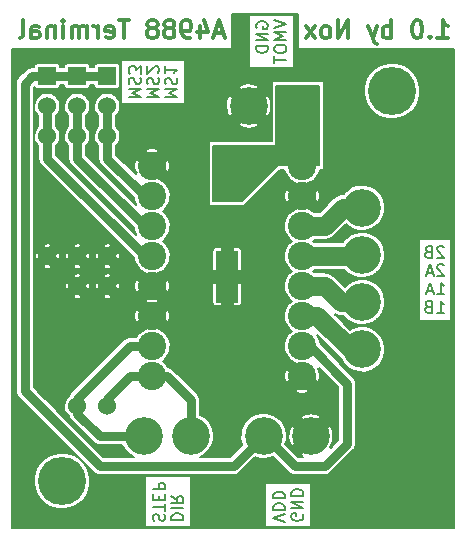
<source format=gbl>
G04 (created by PCBNEW (2013-07-07 BZR 4022)-stable) date 24.06.2015 19:16:54*
%MOIN*%
G04 Gerber Fmt 3.4, Leading zero omitted, Abs format*
%FSLAX34Y34*%
G01*
G70*
G90*
G04 APERTURE LIST*
%ADD10C,0.00590551*%
%ADD11C,0.011811*%
%ADD12C,0.125984*%
%ADD13C,0.06*%
%ADD14C,0.0944882*%
%ADD15R,0.06X0.06*%
%ADD16R,0.0748X0.1732*%
%ADD17C,0.16*%
%ADD18C,0.0314961*%
%ADD19C,0.0629921*%
%ADD20C,0.00787402*%
G04 APERTURE END LIST*
G54D10*
X41440Y-23206D02*
X41834Y-23206D01*
X41553Y-23074D01*
X41834Y-22943D01*
X41440Y-22943D01*
X41459Y-22774D02*
X41440Y-22718D01*
X41440Y-22625D01*
X41459Y-22587D01*
X41478Y-22568D01*
X41515Y-22550D01*
X41553Y-22550D01*
X41590Y-22568D01*
X41609Y-22587D01*
X41628Y-22625D01*
X41646Y-22700D01*
X41665Y-22737D01*
X41684Y-22756D01*
X41721Y-22774D01*
X41759Y-22774D01*
X41796Y-22756D01*
X41815Y-22737D01*
X41834Y-22700D01*
X41834Y-22606D01*
X41815Y-22550D01*
X41440Y-22175D02*
X41440Y-22400D01*
X41440Y-22287D02*
X41834Y-22287D01*
X41778Y-22325D01*
X41740Y-22362D01*
X41721Y-22400D01*
X40830Y-23206D02*
X41224Y-23206D01*
X40942Y-23074D01*
X41224Y-22943D01*
X40830Y-22943D01*
X40849Y-22774D02*
X40830Y-22718D01*
X40830Y-22625D01*
X40849Y-22587D01*
X40867Y-22568D01*
X40905Y-22550D01*
X40942Y-22550D01*
X40980Y-22568D01*
X40999Y-22587D01*
X41017Y-22625D01*
X41036Y-22700D01*
X41055Y-22737D01*
X41074Y-22756D01*
X41111Y-22774D01*
X41149Y-22774D01*
X41186Y-22756D01*
X41205Y-22737D01*
X41224Y-22700D01*
X41224Y-22606D01*
X41205Y-22550D01*
X41186Y-22400D02*
X41205Y-22381D01*
X41224Y-22343D01*
X41224Y-22250D01*
X41205Y-22212D01*
X41186Y-22193D01*
X41149Y-22175D01*
X41111Y-22175D01*
X41055Y-22193D01*
X40830Y-22418D01*
X40830Y-22175D01*
X40220Y-23206D02*
X40613Y-23206D01*
X40332Y-23074D01*
X40613Y-22943D01*
X40220Y-22943D01*
X40238Y-22774D02*
X40220Y-22718D01*
X40220Y-22625D01*
X40238Y-22587D01*
X40257Y-22568D01*
X40295Y-22550D01*
X40332Y-22550D01*
X40370Y-22568D01*
X40388Y-22587D01*
X40407Y-22625D01*
X40426Y-22700D01*
X40445Y-22737D01*
X40463Y-22756D01*
X40501Y-22774D01*
X40538Y-22774D01*
X40576Y-22756D01*
X40595Y-22737D01*
X40613Y-22700D01*
X40613Y-22606D01*
X40595Y-22550D01*
X40613Y-22418D02*
X40613Y-22175D01*
X40463Y-22306D01*
X40463Y-22250D01*
X40445Y-22212D01*
X40426Y-22193D01*
X40388Y-22175D01*
X40295Y-22175D01*
X40257Y-22193D01*
X40238Y-22212D01*
X40220Y-22250D01*
X40220Y-22362D01*
X40238Y-22400D01*
X40257Y-22418D01*
G54D11*
X50510Y-21239D02*
X50848Y-21239D01*
X50679Y-21239D02*
X50679Y-20648D01*
X50735Y-20732D01*
X50791Y-20789D01*
X50848Y-20817D01*
X50257Y-21182D02*
X50229Y-21210D01*
X50257Y-21239D01*
X50285Y-21210D01*
X50257Y-21182D01*
X50257Y-21239D01*
X49863Y-20648D02*
X49807Y-20648D01*
X49751Y-20676D01*
X49723Y-20704D01*
X49695Y-20760D01*
X49667Y-20873D01*
X49667Y-21014D01*
X49695Y-21126D01*
X49723Y-21182D01*
X49751Y-21210D01*
X49807Y-21239D01*
X49863Y-21239D01*
X49920Y-21210D01*
X49948Y-21182D01*
X49976Y-21126D01*
X50004Y-21014D01*
X50004Y-20873D01*
X49976Y-20760D01*
X49948Y-20704D01*
X49920Y-20676D01*
X49863Y-20648D01*
X48964Y-21239D02*
X48964Y-20648D01*
X48964Y-20873D02*
X48907Y-20845D01*
X48795Y-20845D01*
X48739Y-20873D01*
X48710Y-20901D01*
X48682Y-20957D01*
X48682Y-21126D01*
X48710Y-21182D01*
X48739Y-21210D01*
X48795Y-21239D01*
X48907Y-21239D01*
X48964Y-21210D01*
X48485Y-20845D02*
X48345Y-21239D01*
X48204Y-20845D02*
X48345Y-21239D01*
X48401Y-21379D01*
X48429Y-21407D01*
X48485Y-21435D01*
X47529Y-21239D02*
X47529Y-20648D01*
X47192Y-21239D01*
X47192Y-20648D01*
X46826Y-21239D02*
X46883Y-21210D01*
X46911Y-21182D01*
X46939Y-21126D01*
X46939Y-20957D01*
X46911Y-20901D01*
X46883Y-20873D01*
X46826Y-20845D01*
X46742Y-20845D01*
X46686Y-20873D01*
X46658Y-20901D01*
X46629Y-20957D01*
X46629Y-21126D01*
X46658Y-21182D01*
X46686Y-21210D01*
X46742Y-21239D01*
X46826Y-21239D01*
X46433Y-21239D02*
X46123Y-20845D01*
X46433Y-20845D02*
X46123Y-21239D01*
X43374Y-21070D02*
X43093Y-21070D01*
X43430Y-21239D02*
X43233Y-20648D01*
X43037Y-21239D01*
X42587Y-20845D02*
X42587Y-21239D01*
X42727Y-20620D02*
X42868Y-21042D01*
X42502Y-21042D01*
X42249Y-21239D02*
X42137Y-21239D01*
X42080Y-21210D01*
X42052Y-21182D01*
X41996Y-21098D01*
X41968Y-20985D01*
X41968Y-20760D01*
X41996Y-20704D01*
X42024Y-20676D01*
X42080Y-20648D01*
X42193Y-20648D01*
X42249Y-20676D01*
X42277Y-20704D01*
X42305Y-20760D01*
X42305Y-20901D01*
X42277Y-20957D01*
X42249Y-20985D01*
X42193Y-21014D01*
X42080Y-21014D01*
X42024Y-20985D01*
X41996Y-20957D01*
X41968Y-20901D01*
X41631Y-20901D02*
X41687Y-20873D01*
X41715Y-20845D01*
X41743Y-20789D01*
X41743Y-20760D01*
X41715Y-20704D01*
X41687Y-20676D01*
X41631Y-20648D01*
X41518Y-20648D01*
X41462Y-20676D01*
X41434Y-20704D01*
X41406Y-20760D01*
X41406Y-20789D01*
X41434Y-20845D01*
X41462Y-20873D01*
X41518Y-20901D01*
X41631Y-20901D01*
X41687Y-20929D01*
X41715Y-20957D01*
X41743Y-21014D01*
X41743Y-21126D01*
X41715Y-21182D01*
X41687Y-21210D01*
X41631Y-21239D01*
X41518Y-21239D01*
X41462Y-21210D01*
X41434Y-21182D01*
X41406Y-21126D01*
X41406Y-21014D01*
X41434Y-20957D01*
X41462Y-20929D01*
X41518Y-20901D01*
X41068Y-20901D02*
X41124Y-20873D01*
X41152Y-20845D01*
X41181Y-20789D01*
X41181Y-20760D01*
X41152Y-20704D01*
X41124Y-20676D01*
X41068Y-20648D01*
X40956Y-20648D01*
X40899Y-20676D01*
X40871Y-20704D01*
X40843Y-20760D01*
X40843Y-20789D01*
X40871Y-20845D01*
X40899Y-20873D01*
X40956Y-20901D01*
X41068Y-20901D01*
X41124Y-20929D01*
X41152Y-20957D01*
X41181Y-21014D01*
X41181Y-21126D01*
X41152Y-21182D01*
X41124Y-21210D01*
X41068Y-21239D01*
X40956Y-21239D01*
X40899Y-21210D01*
X40871Y-21182D01*
X40843Y-21126D01*
X40843Y-21014D01*
X40871Y-20957D01*
X40899Y-20929D01*
X40956Y-20901D01*
X40224Y-20648D02*
X39887Y-20648D01*
X40056Y-21239D02*
X40056Y-20648D01*
X39465Y-21210D02*
X39521Y-21239D01*
X39634Y-21239D01*
X39690Y-21210D01*
X39718Y-21154D01*
X39718Y-20929D01*
X39690Y-20873D01*
X39634Y-20845D01*
X39521Y-20845D01*
X39465Y-20873D01*
X39437Y-20929D01*
X39437Y-20985D01*
X39718Y-21042D01*
X39184Y-21239D02*
X39184Y-20845D01*
X39184Y-20957D02*
X39156Y-20901D01*
X39128Y-20873D01*
X39071Y-20845D01*
X39015Y-20845D01*
X38818Y-21239D02*
X38818Y-20845D01*
X38818Y-20901D02*
X38790Y-20873D01*
X38734Y-20845D01*
X38650Y-20845D01*
X38593Y-20873D01*
X38565Y-20929D01*
X38565Y-21239D01*
X38565Y-20929D02*
X38537Y-20873D01*
X38481Y-20845D01*
X38397Y-20845D01*
X38340Y-20873D01*
X38312Y-20929D01*
X38312Y-21239D01*
X38031Y-21239D02*
X38031Y-20845D01*
X38031Y-20648D02*
X38059Y-20676D01*
X38031Y-20704D01*
X38003Y-20676D01*
X38031Y-20648D01*
X38031Y-20704D01*
X37750Y-20845D02*
X37750Y-21239D01*
X37750Y-20901D02*
X37722Y-20873D01*
X37665Y-20845D01*
X37581Y-20845D01*
X37525Y-20873D01*
X37497Y-20929D01*
X37497Y-21239D01*
X36962Y-21239D02*
X36962Y-20929D01*
X36991Y-20873D01*
X37047Y-20845D01*
X37159Y-20845D01*
X37215Y-20873D01*
X36962Y-21210D02*
X37019Y-21239D01*
X37159Y-21239D01*
X37215Y-21210D01*
X37244Y-21154D01*
X37244Y-21098D01*
X37215Y-21042D01*
X37159Y-21014D01*
X37019Y-21014D01*
X36962Y-20985D01*
X36597Y-21239D02*
X36653Y-21210D01*
X36681Y-21154D01*
X36681Y-20648D01*
G54D10*
X44484Y-20899D02*
X44465Y-20862D01*
X44465Y-20806D01*
X44484Y-20749D01*
X44521Y-20712D01*
X44559Y-20693D01*
X44634Y-20674D01*
X44690Y-20674D01*
X44765Y-20693D01*
X44803Y-20712D01*
X44840Y-20749D01*
X44859Y-20806D01*
X44859Y-20843D01*
X44840Y-20899D01*
X44821Y-20918D01*
X44690Y-20918D01*
X44690Y-20843D01*
X44859Y-21087D02*
X44465Y-21087D01*
X44859Y-21312D01*
X44465Y-21312D01*
X44859Y-21499D02*
X44465Y-21499D01*
X44465Y-21593D01*
X44484Y-21649D01*
X44521Y-21687D01*
X44559Y-21706D01*
X44634Y-21724D01*
X44690Y-21724D01*
X44765Y-21706D01*
X44803Y-21687D01*
X44840Y-21649D01*
X44859Y-21593D01*
X44859Y-21499D01*
X45075Y-20637D02*
X45469Y-20768D01*
X45075Y-20899D01*
X45469Y-21031D02*
X45075Y-21031D01*
X45357Y-21162D01*
X45075Y-21293D01*
X45469Y-21293D01*
X45075Y-21556D02*
X45075Y-21631D01*
X45094Y-21668D01*
X45132Y-21706D01*
X45207Y-21724D01*
X45338Y-21724D01*
X45413Y-21706D01*
X45450Y-21668D01*
X45469Y-21631D01*
X45469Y-21556D01*
X45450Y-21518D01*
X45413Y-21481D01*
X45338Y-21462D01*
X45207Y-21462D01*
X45132Y-21481D01*
X45094Y-21518D01*
X45075Y-21556D01*
X45075Y-21837D02*
X45075Y-22062D01*
X45469Y-21949D02*
X45075Y-21949D01*
X50725Y-28203D02*
X50706Y-28184D01*
X50668Y-28165D01*
X50575Y-28165D01*
X50537Y-28184D01*
X50518Y-28203D01*
X50500Y-28240D01*
X50500Y-28278D01*
X50518Y-28334D01*
X50743Y-28559D01*
X50500Y-28559D01*
X50200Y-28353D02*
X50143Y-28371D01*
X50125Y-28390D01*
X50106Y-28428D01*
X50106Y-28484D01*
X50125Y-28521D01*
X50143Y-28540D01*
X50181Y-28559D01*
X50331Y-28559D01*
X50331Y-28165D01*
X50200Y-28165D01*
X50162Y-28184D01*
X50143Y-28203D01*
X50125Y-28240D01*
X50125Y-28278D01*
X50143Y-28315D01*
X50162Y-28334D01*
X50200Y-28353D01*
X50331Y-28353D01*
X50725Y-28813D02*
X50706Y-28794D01*
X50668Y-28775D01*
X50575Y-28775D01*
X50537Y-28794D01*
X50518Y-28813D01*
X50500Y-28850D01*
X50500Y-28888D01*
X50518Y-28944D01*
X50743Y-29169D01*
X50500Y-29169D01*
X50350Y-29057D02*
X50162Y-29057D01*
X50387Y-29169D02*
X50256Y-28775D01*
X50125Y-29169D01*
X50500Y-29779D02*
X50725Y-29779D01*
X50612Y-29779D02*
X50612Y-29386D01*
X50650Y-29442D01*
X50687Y-29479D01*
X50725Y-29498D01*
X50350Y-29667D02*
X50162Y-29667D01*
X50387Y-29779D02*
X50256Y-29386D01*
X50125Y-29779D01*
X50500Y-30390D02*
X50725Y-30390D01*
X50612Y-30390D02*
X50612Y-29996D01*
X50650Y-30052D01*
X50687Y-30090D01*
X50725Y-30108D01*
X50200Y-30183D02*
X50143Y-30202D01*
X50125Y-30221D01*
X50106Y-30258D01*
X50106Y-30315D01*
X50125Y-30352D01*
X50143Y-30371D01*
X50181Y-30390D01*
X50331Y-30390D01*
X50331Y-29996D01*
X50200Y-29996D01*
X50162Y-30015D01*
X50143Y-30033D01*
X50125Y-30071D01*
X50125Y-30108D01*
X50143Y-30146D01*
X50162Y-30165D01*
X50200Y-30183D01*
X50331Y-30183D01*
X46015Y-37100D02*
X46034Y-37137D01*
X46034Y-37193D01*
X46015Y-37250D01*
X45978Y-37287D01*
X45940Y-37306D01*
X45865Y-37325D01*
X45809Y-37325D01*
X45734Y-37306D01*
X45696Y-37287D01*
X45659Y-37250D01*
X45640Y-37193D01*
X45640Y-37156D01*
X45659Y-37100D01*
X45678Y-37081D01*
X45809Y-37081D01*
X45809Y-37156D01*
X45640Y-36912D02*
X46034Y-36912D01*
X45640Y-36687D01*
X46034Y-36687D01*
X45640Y-36500D02*
X46034Y-36500D01*
X46034Y-36406D01*
X46015Y-36350D01*
X45978Y-36312D01*
X45940Y-36293D01*
X45865Y-36275D01*
X45809Y-36275D01*
X45734Y-36293D01*
X45696Y-36312D01*
X45659Y-36350D01*
X45640Y-36406D01*
X45640Y-36500D01*
X45424Y-37362D02*
X45030Y-37231D01*
X45424Y-37100D01*
X45030Y-36968D02*
X45424Y-36968D01*
X45424Y-36875D01*
X45405Y-36818D01*
X45367Y-36781D01*
X45330Y-36762D01*
X45255Y-36743D01*
X45199Y-36743D01*
X45124Y-36762D01*
X45086Y-36781D01*
X45049Y-36818D01*
X45030Y-36875D01*
X45030Y-36968D01*
X45030Y-36575D02*
X45424Y-36575D01*
X45424Y-36481D01*
X45405Y-36425D01*
X45367Y-36387D01*
X45330Y-36368D01*
X45255Y-36350D01*
X45199Y-36350D01*
X45124Y-36368D01*
X45086Y-36387D01*
X45049Y-36425D01*
X45030Y-36481D01*
X45030Y-36575D01*
X41640Y-37306D02*
X42034Y-37306D01*
X42034Y-37212D01*
X42015Y-37156D01*
X41978Y-37118D01*
X41940Y-37100D01*
X41865Y-37081D01*
X41809Y-37081D01*
X41734Y-37100D01*
X41696Y-37118D01*
X41659Y-37156D01*
X41640Y-37212D01*
X41640Y-37306D01*
X41640Y-36912D02*
X42034Y-36912D01*
X41640Y-36500D02*
X41828Y-36631D01*
X41640Y-36725D02*
X42034Y-36725D01*
X42034Y-36575D01*
X42015Y-36537D01*
X41996Y-36518D01*
X41959Y-36500D01*
X41903Y-36500D01*
X41865Y-36518D01*
X41846Y-36537D01*
X41828Y-36575D01*
X41828Y-36725D01*
X41049Y-37325D02*
X41030Y-37268D01*
X41030Y-37175D01*
X41049Y-37137D01*
X41067Y-37118D01*
X41105Y-37100D01*
X41142Y-37100D01*
X41180Y-37118D01*
X41199Y-37137D01*
X41217Y-37175D01*
X41236Y-37250D01*
X41255Y-37287D01*
X41274Y-37306D01*
X41311Y-37325D01*
X41349Y-37325D01*
X41386Y-37306D01*
X41405Y-37287D01*
X41424Y-37250D01*
X41424Y-37156D01*
X41405Y-37100D01*
X41424Y-36987D02*
X41424Y-36762D01*
X41030Y-36875D02*
X41424Y-36875D01*
X41236Y-36631D02*
X41236Y-36500D01*
X41030Y-36443D02*
X41030Y-36631D01*
X41424Y-36631D01*
X41424Y-36443D01*
X41030Y-36275D02*
X41424Y-36275D01*
X41424Y-36125D01*
X41405Y-36087D01*
X41386Y-36068D01*
X41349Y-36050D01*
X41292Y-36050D01*
X41255Y-36068D01*
X41236Y-36087D01*
X41217Y-36125D01*
X41217Y-36275D01*
G54D12*
X44212Y-23500D03*
X45787Y-23500D03*
X42287Y-34500D03*
X40712Y-34500D03*
X46287Y-34500D03*
X44712Y-34500D03*
X48000Y-28462D03*
X48000Y-30037D03*
X48000Y-31612D03*
X48000Y-26887D03*
G54D13*
X39500Y-28500D03*
X39500Y-24500D03*
X38500Y-28500D03*
X38500Y-24500D03*
X37500Y-28500D03*
X37500Y-24500D03*
X38500Y-33500D03*
X38500Y-29500D03*
X39500Y-33500D03*
X39500Y-29500D03*
G54D14*
X41000Y-25500D03*
X41000Y-26500D03*
X41000Y-27500D03*
X41000Y-28500D03*
X41000Y-29500D03*
X41000Y-30500D03*
X41000Y-31500D03*
X41000Y-32500D03*
X46000Y-32500D03*
X46000Y-31500D03*
X46000Y-30500D03*
X46000Y-29500D03*
X46000Y-28500D03*
X46000Y-27500D03*
X46000Y-26500D03*
X46000Y-25500D03*
G54D15*
X39500Y-22500D03*
G54D13*
X39500Y-23500D03*
G54D15*
X38500Y-22500D03*
G54D13*
X38500Y-23500D03*
G54D15*
X37500Y-22500D03*
G54D13*
X37500Y-23500D03*
G54D16*
X43500Y-25768D03*
X43500Y-29193D03*
G54D17*
X49000Y-23000D03*
X38000Y-36000D03*
G54D18*
X37500Y-24500D02*
X37500Y-23500D01*
X37500Y-24500D02*
X37500Y-25250D01*
X40750Y-28500D02*
X41000Y-28500D01*
X37500Y-25250D02*
X40750Y-28500D01*
X38500Y-24500D02*
X38500Y-23500D01*
X41000Y-27500D02*
X40750Y-27500D01*
X38500Y-25250D02*
X38500Y-24500D01*
X40750Y-27500D02*
X38500Y-25250D01*
G54D19*
X46000Y-28500D02*
X47962Y-28500D01*
X47962Y-28500D02*
X48000Y-28462D01*
X46000Y-30500D02*
X46500Y-30500D01*
X47612Y-31612D02*
X48000Y-31612D01*
X46500Y-30500D02*
X47612Y-31612D01*
X46000Y-29500D02*
X46750Y-29500D01*
X47287Y-30037D02*
X48000Y-30037D01*
X46750Y-29500D02*
X47287Y-30037D01*
X46000Y-27500D02*
X46750Y-27500D01*
X47362Y-26887D02*
X48000Y-26887D01*
X46750Y-27500D02*
X47362Y-26887D01*
G54D18*
X41000Y-32500D02*
X41500Y-32500D01*
X42287Y-33287D02*
X42287Y-34500D01*
X41500Y-32500D02*
X42287Y-33287D01*
X39500Y-33500D02*
X39500Y-33250D01*
X40250Y-32500D02*
X41000Y-32500D01*
X39500Y-33250D02*
X40250Y-32500D01*
X38500Y-33500D02*
X38500Y-33750D01*
X39250Y-34500D02*
X40712Y-34500D01*
X38500Y-33750D02*
X39250Y-34500D01*
X38500Y-33500D02*
X38500Y-33250D01*
X40250Y-31500D02*
X41000Y-31500D01*
X38500Y-33250D02*
X40250Y-31500D01*
X39500Y-23500D02*
X39500Y-24500D01*
X39500Y-24500D02*
X39500Y-25250D01*
X40750Y-26500D02*
X41000Y-26500D01*
X39500Y-25250D02*
X40750Y-26500D01*
X44712Y-34500D02*
X44750Y-34500D01*
X46250Y-31500D02*
X46000Y-31500D01*
X47500Y-32750D02*
X46250Y-31500D01*
X47500Y-34750D02*
X47500Y-32750D01*
X46750Y-35500D02*
X47500Y-34750D01*
X45750Y-35500D02*
X46750Y-35500D01*
X44750Y-34500D02*
X45750Y-35500D01*
X37500Y-22500D02*
X37000Y-22500D01*
X43712Y-35500D02*
X44712Y-34500D01*
X39250Y-35500D02*
X43712Y-35500D01*
X36750Y-33000D02*
X39250Y-35500D01*
X36750Y-22750D02*
X36750Y-33000D01*
X37000Y-22500D02*
X36750Y-22750D01*
X38500Y-22500D02*
X39500Y-22500D01*
X37500Y-22500D02*
X38500Y-22500D01*
G54D10*
G36*
X46560Y-25460D02*
X45600Y-25460D01*
X45183Y-25460D01*
X43983Y-26660D01*
X43039Y-26660D01*
X43039Y-24839D01*
X45139Y-24839D01*
X45139Y-22839D01*
X46560Y-22839D01*
X46560Y-25460D01*
X46560Y-25460D01*
G37*
G54D20*
X46560Y-25460D02*
X45600Y-25460D01*
X45183Y-25460D01*
X43983Y-26660D01*
X43039Y-26660D01*
X43039Y-24839D01*
X45139Y-24839D01*
X45139Y-22839D01*
X46560Y-22839D01*
X46560Y-25460D01*
G54D10*
G36*
X51062Y-37562D02*
X50947Y-37562D01*
X50947Y-30653D01*
X50947Y-27917D01*
X49939Y-27917D01*
X49939Y-22907D01*
X49903Y-22727D01*
X49833Y-22556D01*
X49731Y-22403D01*
X49601Y-22272D01*
X49448Y-22169D01*
X49279Y-22098D01*
X49098Y-22061D01*
X48914Y-22059D01*
X48733Y-22094D01*
X48562Y-22163D01*
X48408Y-22264D01*
X48276Y-22393D01*
X48172Y-22545D01*
X48100Y-22714D01*
X48061Y-22894D01*
X48059Y-23078D01*
X48092Y-23260D01*
X48160Y-23431D01*
X48260Y-23586D01*
X48388Y-23718D01*
X48539Y-23823D01*
X48708Y-23897D01*
X48888Y-23937D01*
X49072Y-23941D01*
X49253Y-23909D01*
X49425Y-23842D01*
X49581Y-23743D01*
X49714Y-23616D01*
X49820Y-23466D01*
X49895Y-23297D01*
X49936Y-23118D01*
X49939Y-22907D01*
X49939Y-27917D01*
X49883Y-27917D01*
X49883Y-30653D01*
X50947Y-30653D01*
X50947Y-37562D01*
X48769Y-37562D01*
X48769Y-31536D01*
X48740Y-31388D01*
X48682Y-31249D01*
X48599Y-31123D01*
X48492Y-31016D01*
X48367Y-30932D01*
X48228Y-30873D01*
X48080Y-30843D01*
X47929Y-30842D01*
X47781Y-30870D01*
X47641Y-30927D01*
X47598Y-30955D01*
X47084Y-30441D01*
X47108Y-30454D01*
X47110Y-30455D01*
X47112Y-30456D01*
X47152Y-30469D01*
X47192Y-30481D01*
X47195Y-30482D01*
X47197Y-30482D01*
X47239Y-30487D01*
X47281Y-30491D01*
X47285Y-30491D01*
X47285Y-30491D01*
X47285Y-30491D01*
X47287Y-30491D01*
X47377Y-30491D01*
X47394Y-30517D01*
X47498Y-30626D01*
X47622Y-30712D01*
X47761Y-30772D01*
X47908Y-30804D01*
X48059Y-30808D01*
X48207Y-30781D01*
X48348Y-30727D01*
X48475Y-30646D01*
X48585Y-30542D01*
X48672Y-30419D01*
X48733Y-30281D01*
X48766Y-30134D01*
X48769Y-29961D01*
X48740Y-29813D01*
X48682Y-29674D01*
X48599Y-29548D01*
X48492Y-29441D01*
X48367Y-29357D01*
X48228Y-29298D01*
X48080Y-29268D01*
X47929Y-29267D01*
X47781Y-29295D01*
X47641Y-29352D01*
X47515Y-29434D01*
X47420Y-29528D01*
X47071Y-29178D01*
X47038Y-29152D01*
X47006Y-29125D01*
X47004Y-29123D01*
X47002Y-29122D01*
X46965Y-29102D01*
X46928Y-29082D01*
X46926Y-29081D01*
X46924Y-29080D01*
X46884Y-29068D01*
X46844Y-29055D01*
X46842Y-29055D01*
X46839Y-29054D01*
X46798Y-29050D01*
X46756Y-29045D01*
X46751Y-29045D01*
X46751Y-29045D01*
X46751Y-29045D01*
X46750Y-29045D01*
X46411Y-29045D01*
X46391Y-29026D01*
X46353Y-29000D01*
X46378Y-28984D01*
X46410Y-28954D01*
X47405Y-28954D01*
X47498Y-29051D01*
X47622Y-29137D01*
X47761Y-29197D01*
X47908Y-29230D01*
X48059Y-29233D01*
X48207Y-29207D01*
X48348Y-29152D01*
X48475Y-29071D01*
X48585Y-28967D01*
X48672Y-28844D01*
X48733Y-28706D01*
X48766Y-28559D01*
X48769Y-28387D01*
X48740Y-28239D01*
X48682Y-28099D01*
X48599Y-27974D01*
X48492Y-27866D01*
X48367Y-27782D01*
X48228Y-27724D01*
X48080Y-27693D01*
X47929Y-27692D01*
X47781Y-27721D01*
X47641Y-27777D01*
X47515Y-27860D01*
X47407Y-27965D01*
X47353Y-28045D01*
X46411Y-28045D01*
X46391Y-28026D01*
X46353Y-28000D01*
X46378Y-27984D01*
X46410Y-27954D01*
X46750Y-27954D01*
X46791Y-27950D01*
X46833Y-27946D01*
X46835Y-27945D01*
X46838Y-27945D01*
X46878Y-27933D01*
X46918Y-27921D01*
X46920Y-27920D01*
X46923Y-27920D01*
X46960Y-27900D01*
X46997Y-27881D01*
X46999Y-27879D01*
X47001Y-27878D01*
X47033Y-27851D01*
X47066Y-27825D01*
X47070Y-27822D01*
X47070Y-27822D01*
X47070Y-27822D01*
X47071Y-27821D01*
X47458Y-27434D01*
X47498Y-27476D01*
X47622Y-27562D01*
X47761Y-27622D01*
X47908Y-27655D01*
X48059Y-27658D01*
X48207Y-27632D01*
X48348Y-27577D01*
X48475Y-27496D01*
X48585Y-27392D01*
X48672Y-27269D01*
X48733Y-27131D01*
X48766Y-26984D01*
X48769Y-26812D01*
X48740Y-26664D01*
X48682Y-26524D01*
X48599Y-26399D01*
X48492Y-26292D01*
X48367Y-26207D01*
X48228Y-26149D01*
X48080Y-26119D01*
X47929Y-26117D01*
X47781Y-26146D01*
X47641Y-26202D01*
X47515Y-26285D01*
X47407Y-26390D01*
X47378Y-26433D01*
X47362Y-26433D01*
X47320Y-26437D01*
X47278Y-26441D01*
X47276Y-26441D01*
X47273Y-26442D01*
X47233Y-26454D01*
X47193Y-26465D01*
X47191Y-26467D01*
X47189Y-26467D01*
X47151Y-26487D01*
X47114Y-26506D01*
X47112Y-26508D01*
X47110Y-26509D01*
X47078Y-26535D01*
X47045Y-26562D01*
X47042Y-26565D01*
X47042Y-26565D01*
X47042Y-26565D01*
X47040Y-26566D01*
X46718Y-26889D01*
X46718Y-25618D01*
X46718Y-22681D01*
X45733Y-22681D01*
X45733Y-22247D01*
X45733Y-20452D01*
X44217Y-20452D01*
X44217Y-22247D01*
X45733Y-22247D01*
X45733Y-22681D01*
X44981Y-22681D01*
X44981Y-24681D01*
X44963Y-24681D01*
X44963Y-23479D01*
X44945Y-23333D01*
X44915Y-23232D01*
X44843Y-23147D01*
X44564Y-23426D01*
X44564Y-22869D01*
X44479Y-22797D01*
X44338Y-22758D01*
X44191Y-22748D01*
X44046Y-22766D01*
X43945Y-22797D01*
X43860Y-22869D01*
X44212Y-23221D01*
X44564Y-22869D01*
X44564Y-23426D01*
X44490Y-23500D01*
X44843Y-23852D01*
X44915Y-23767D01*
X44953Y-23625D01*
X44963Y-23479D01*
X44963Y-24681D01*
X44564Y-24681D01*
X44564Y-24130D01*
X44212Y-23778D01*
X43934Y-24056D01*
X43934Y-23500D01*
X43582Y-23147D01*
X43510Y-23232D01*
X43471Y-23374D01*
X43461Y-23520D01*
X43479Y-23666D01*
X43510Y-23767D01*
X43582Y-23852D01*
X43934Y-23500D01*
X43934Y-24056D01*
X43860Y-24130D01*
X43945Y-24202D01*
X44087Y-24241D01*
X44233Y-24251D01*
X44378Y-24233D01*
X44479Y-24202D01*
X44564Y-24130D01*
X44564Y-24681D01*
X42881Y-24681D01*
X42881Y-26818D01*
X44048Y-26818D01*
X45248Y-25618D01*
X45399Y-25618D01*
X45409Y-25669D01*
X45453Y-25781D01*
X45518Y-25881D01*
X45601Y-25968D01*
X45700Y-26036D01*
X45810Y-26084D01*
X45878Y-26099D01*
X46000Y-26221D01*
X46121Y-26099D01*
X46165Y-26092D01*
X46277Y-26048D01*
X46378Y-25984D01*
X46465Y-25901D01*
X46534Y-25803D01*
X46583Y-25694D01*
X46600Y-25618D01*
X46718Y-25618D01*
X46718Y-26889D01*
X46590Y-27016D01*
X46590Y-26556D01*
X46590Y-26440D01*
X46568Y-26330D01*
X46512Y-26265D01*
X46278Y-26500D01*
X46512Y-26734D01*
X46568Y-26669D01*
X46590Y-26556D01*
X46590Y-27016D01*
X46561Y-27045D01*
X46411Y-27045D01*
X46391Y-27026D01*
X46292Y-26959D01*
X46181Y-26912D01*
X46122Y-26900D01*
X46000Y-26778D01*
X45877Y-26900D01*
X45826Y-26910D01*
X45721Y-26952D01*
X45721Y-26500D01*
X45487Y-26265D01*
X45431Y-26330D01*
X45409Y-26443D01*
X45409Y-26559D01*
X45431Y-26669D01*
X45487Y-26734D01*
X45721Y-26500D01*
X45721Y-26952D01*
X45715Y-26955D01*
X45614Y-27020D01*
X45529Y-27104D01*
X45461Y-27203D01*
X45414Y-27314D01*
X45389Y-27431D01*
X45387Y-27551D01*
X45409Y-27669D01*
X45453Y-27781D01*
X45518Y-27881D01*
X45601Y-27968D01*
X45647Y-27999D01*
X45614Y-28020D01*
X45529Y-28104D01*
X45461Y-28203D01*
X45414Y-28314D01*
X45389Y-28431D01*
X45387Y-28551D01*
X45409Y-28669D01*
X45453Y-28781D01*
X45518Y-28881D01*
X45601Y-28968D01*
X45647Y-28999D01*
X45614Y-29020D01*
X45529Y-29104D01*
X45461Y-29203D01*
X45414Y-29314D01*
X45389Y-29431D01*
X45387Y-29551D01*
X45409Y-29669D01*
X45453Y-29781D01*
X45518Y-29881D01*
X45601Y-29968D01*
X45647Y-29999D01*
X45614Y-30020D01*
X45529Y-30104D01*
X45461Y-30203D01*
X45414Y-30314D01*
X45389Y-30431D01*
X45387Y-30551D01*
X45409Y-30669D01*
X45453Y-30781D01*
X45518Y-30881D01*
X45601Y-30968D01*
X45647Y-30999D01*
X45614Y-31020D01*
X45529Y-31104D01*
X45461Y-31203D01*
X45414Y-31314D01*
X45389Y-31431D01*
X45387Y-31551D01*
X45409Y-31669D01*
X45453Y-31781D01*
X45518Y-31881D01*
X45601Y-31968D01*
X45700Y-32036D01*
X45810Y-32084D01*
X45878Y-32099D01*
X46000Y-32221D01*
X46005Y-32216D01*
X46283Y-32494D01*
X46278Y-32500D01*
X46512Y-32734D01*
X46568Y-32669D01*
X46590Y-32556D01*
X46590Y-32440D01*
X46568Y-32330D01*
X46512Y-32265D01*
X46554Y-32224D01*
X47203Y-32872D01*
X47203Y-34627D01*
X47038Y-34791D01*
X46947Y-34882D01*
X46917Y-34852D01*
X46989Y-34767D01*
X47028Y-34625D01*
X47038Y-34479D01*
X47020Y-34333D01*
X46989Y-34232D01*
X46917Y-34147D01*
X46639Y-34426D01*
X46639Y-33869D01*
X46590Y-33828D01*
X46554Y-33797D01*
X46412Y-33758D01*
X46266Y-33748D01*
X46234Y-33752D01*
X46234Y-33012D01*
X46000Y-32778D01*
X45765Y-33012D01*
X45830Y-33068D01*
X45943Y-33090D01*
X46059Y-33090D01*
X46169Y-33068D01*
X46234Y-33012D01*
X46234Y-33752D01*
X46121Y-33766D01*
X46020Y-33797D01*
X45935Y-33869D01*
X46287Y-34221D01*
X46639Y-33869D01*
X46639Y-34426D01*
X46565Y-34500D01*
X46571Y-34505D01*
X46292Y-34783D01*
X46287Y-34778D01*
X46009Y-35056D01*
X46009Y-34500D01*
X45721Y-34212D01*
X45721Y-32500D01*
X45487Y-32265D01*
X45431Y-32330D01*
X45409Y-32443D01*
X45409Y-32559D01*
X45431Y-32669D01*
X45487Y-32734D01*
X45721Y-32500D01*
X45721Y-34212D01*
X45656Y-34147D01*
X45584Y-34232D01*
X45546Y-34374D01*
X45536Y-34520D01*
X45554Y-34666D01*
X45584Y-34767D01*
X45656Y-34852D01*
X46009Y-34500D01*
X46009Y-35056D01*
X45935Y-35130D01*
X46020Y-35202D01*
X46022Y-35203D01*
X45872Y-35203D01*
X45436Y-34766D01*
X45446Y-34744D01*
X45479Y-34596D01*
X45481Y-34424D01*
X45452Y-34276D01*
X45395Y-34137D01*
X45311Y-34011D01*
X45205Y-33904D01*
X45080Y-33820D01*
X44941Y-33761D01*
X44793Y-33731D01*
X44642Y-33730D01*
X44494Y-33758D01*
X44354Y-33814D01*
X44228Y-33897D01*
X44120Y-34003D01*
X44035Y-34127D01*
X43992Y-34228D01*
X43992Y-30070D01*
X43992Y-28315D01*
X43987Y-28292D01*
X43978Y-28271D01*
X43965Y-28251D01*
X43949Y-28235D01*
X43930Y-28222D01*
X43909Y-28213D01*
X43886Y-28208D01*
X43863Y-28208D01*
X43716Y-28208D01*
X43687Y-28238D01*
X43687Y-28996D01*
X43962Y-28996D01*
X43992Y-28966D01*
X43992Y-28315D01*
X43992Y-30070D01*
X43992Y-29419D01*
X43962Y-29389D01*
X43687Y-29389D01*
X43687Y-30147D01*
X43716Y-30177D01*
X43863Y-30177D01*
X43886Y-30177D01*
X43909Y-30172D01*
X43930Y-30163D01*
X43949Y-30150D01*
X43965Y-30134D01*
X43978Y-30114D01*
X43987Y-30093D01*
X43992Y-30070D01*
X43992Y-34228D01*
X43975Y-34266D01*
X43944Y-34413D01*
X43942Y-34564D01*
X43969Y-34713D01*
X44000Y-34792D01*
X43589Y-35203D01*
X43313Y-35203D01*
X43313Y-30147D01*
X43313Y-29389D01*
X43313Y-28996D01*
X43313Y-28238D01*
X43283Y-28208D01*
X43136Y-28208D01*
X43113Y-28208D01*
X43090Y-28213D01*
X43069Y-28222D01*
X43050Y-28235D01*
X43034Y-28251D01*
X43021Y-28271D01*
X43012Y-28292D01*
X43007Y-28315D01*
X43007Y-28966D01*
X43037Y-28996D01*
X43313Y-28996D01*
X43313Y-29389D01*
X43037Y-29389D01*
X43007Y-29419D01*
X43007Y-30070D01*
X43012Y-30093D01*
X43021Y-30114D01*
X43034Y-30134D01*
X43050Y-30150D01*
X43069Y-30163D01*
X43090Y-30172D01*
X43113Y-30177D01*
X43136Y-30177D01*
X43283Y-30177D01*
X43313Y-30147D01*
X43313Y-35203D01*
X42601Y-35203D01*
X42635Y-35189D01*
X42763Y-35109D01*
X42872Y-35005D01*
X42959Y-34881D01*
X43020Y-34744D01*
X43054Y-34596D01*
X43056Y-34424D01*
X43027Y-34276D01*
X42969Y-34137D01*
X42886Y-34011D01*
X42780Y-33904D01*
X42655Y-33820D01*
X42584Y-33790D01*
X42584Y-33287D01*
X42581Y-33260D01*
X42579Y-33232D01*
X42578Y-33231D01*
X42578Y-33229D01*
X42570Y-33203D01*
X42563Y-33177D01*
X42562Y-33175D01*
X42561Y-33174D01*
X42548Y-33150D01*
X42536Y-33125D01*
X42535Y-33124D01*
X42534Y-33123D01*
X42517Y-33101D01*
X42500Y-33080D01*
X42498Y-33078D01*
X42498Y-33078D01*
X42497Y-33078D01*
X42497Y-33077D01*
X42082Y-32662D01*
X42082Y-23447D01*
X42082Y-21952D01*
X39956Y-21952D01*
X39956Y-23447D01*
X42082Y-23447D01*
X42082Y-32662D01*
X41709Y-32290D01*
X41688Y-32272D01*
X41667Y-32255D01*
X41666Y-32254D01*
X41665Y-32253D01*
X41640Y-32240D01*
X41616Y-32227D01*
X41615Y-32226D01*
X41614Y-32225D01*
X41587Y-32217D01*
X41561Y-32209D01*
X41560Y-32209D01*
X41558Y-32209D01*
X41539Y-32207D01*
X41476Y-32111D01*
X41391Y-32026D01*
X41353Y-32000D01*
X41378Y-31984D01*
X41465Y-31901D01*
X41534Y-31803D01*
X41583Y-31694D01*
X41609Y-31577D01*
X41611Y-31440D01*
X41611Y-28440D01*
X41588Y-28322D01*
X41542Y-28211D01*
X41476Y-28111D01*
X41391Y-28026D01*
X41353Y-28000D01*
X41378Y-27984D01*
X41465Y-27901D01*
X41534Y-27803D01*
X41583Y-27694D01*
X41609Y-27577D01*
X41611Y-27440D01*
X41588Y-27322D01*
X41542Y-27211D01*
X41476Y-27111D01*
X41391Y-27026D01*
X41353Y-27000D01*
X41378Y-26984D01*
X41465Y-26901D01*
X41534Y-26803D01*
X41583Y-26694D01*
X41609Y-26577D01*
X41611Y-26440D01*
X41590Y-26333D01*
X41590Y-25556D01*
X41590Y-25440D01*
X41568Y-25330D01*
X41512Y-25265D01*
X41278Y-25500D01*
X41512Y-25734D01*
X41568Y-25669D01*
X41590Y-25556D01*
X41590Y-26333D01*
X41588Y-26322D01*
X41542Y-26211D01*
X41476Y-26111D01*
X41391Y-26026D01*
X41292Y-25959D01*
X41234Y-25934D01*
X41234Y-24987D01*
X41169Y-24931D01*
X41056Y-24909D01*
X40940Y-24909D01*
X40830Y-24931D01*
X40765Y-24987D01*
X41000Y-25221D01*
X41234Y-24987D01*
X41234Y-25934D01*
X41181Y-25912D01*
X41122Y-25900D01*
X41000Y-25778D01*
X40994Y-25783D01*
X40721Y-25511D01*
X40716Y-25505D01*
X40721Y-25500D01*
X40487Y-25265D01*
X40431Y-25330D01*
X40409Y-25443D01*
X40409Y-25559D01*
X40431Y-25669D01*
X40487Y-25734D01*
X40445Y-25775D01*
X39796Y-25127D01*
X39796Y-24824D01*
X39834Y-24788D01*
X39883Y-24718D01*
X39918Y-24639D01*
X39938Y-24555D01*
X39939Y-24456D01*
X39922Y-24372D01*
X39889Y-24292D01*
X39842Y-24220D01*
X39796Y-24175D01*
X39796Y-23824D01*
X39834Y-23788D01*
X39883Y-23718D01*
X39918Y-23639D01*
X39938Y-23555D01*
X39939Y-23456D01*
X39922Y-23372D01*
X39889Y-23292D01*
X39842Y-23220D01*
X39781Y-23159D01*
X39709Y-23111D01*
X39630Y-23078D01*
X39546Y-23060D01*
X39459Y-23060D01*
X39375Y-23076D01*
X39295Y-23108D01*
X39223Y-23155D01*
X39161Y-23216D01*
X39113Y-23287D01*
X39079Y-23366D01*
X39061Y-23450D01*
X39060Y-23536D01*
X39075Y-23621D01*
X39107Y-23701D01*
X39154Y-23774D01*
X39203Y-23825D01*
X39203Y-24175D01*
X39161Y-24216D01*
X39113Y-24287D01*
X39079Y-24366D01*
X39061Y-24450D01*
X39060Y-24536D01*
X39075Y-24621D01*
X39107Y-24701D01*
X39154Y-24774D01*
X39203Y-24825D01*
X39203Y-25250D01*
X39205Y-25277D01*
X39208Y-25304D01*
X39208Y-25306D01*
X39208Y-25307D01*
X39216Y-25333D01*
X39224Y-25360D01*
X39225Y-25361D01*
X39225Y-25363D01*
X39238Y-25387D01*
X39251Y-25411D01*
X39252Y-25412D01*
X39252Y-25414D01*
X39270Y-25435D01*
X39287Y-25456D01*
X39289Y-25459D01*
X39289Y-25459D01*
X39289Y-25459D01*
X39290Y-25459D01*
X40388Y-26558D01*
X40409Y-26669D01*
X40453Y-26781D01*
X40457Y-26787D01*
X38796Y-25127D01*
X38796Y-24824D01*
X38834Y-24788D01*
X38883Y-24718D01*
X38918Y-24639D01*
X38938Y-24555D01*
X38939Y-24456D01*
X38922Y-24372D01*
X38889Y-24292D01*
X38842Y-24220D01*
X38796Y-24175D01*
X38796Y-23824D01*
X38834Y-23788D01*
X38883Y-23718D01*
X38918Y-23639D01*
X38938Y-23555D01*
X38939Y-23456D01*
X38922Y-23372D01*
X38889Y-23292D01*
X38842Y-23220D01*
X38781Y-23159D01*
X38709Y-23111D01*
X38630Y-23078D01*
X38546Y-23060D01*
X38459Y-23060D01*
X38375Y-23076D01*
X38295Y-23108D01*
X38223Y-23155D01*
X38161Y-23216D01*
X38113Y-23287D01*
X38079Y-23366D01*
X38061Y-23450D01*
X38060Y-23536D01*
X38075Y-23621D01*
X38107Y-23701D01*
X38154Y-23774D01*
X38203Y-23825D01*
X38203Y-24175D01*
X38161Y-24216D01*
X38113Y-24287D01*
X38079Y-24366D01*
X38061Y-24450D01*
X38060Y-24536D01*
X38075Y-24621D01*
X38107Y-24701D01*
X38154Y-24774D01*
X38203Y-24825D01*
X38203Y-25250D01*
X38205Y-25277D01*
X38208Y-25304D01*
X38208Y-25306D01*
X38208Y-25307D01*
X38216Y-25333D01*
X38224Y-25360D01*
X38225Y-25361D01*
X38225Y-25363D01*
X38238Y-25387D01*
X38251Y-25411D01*
X38252Y-25412D01*
X38252Y-25414D01*
X38270Y-25435D01*
X38287Y-25456D01*
X38289Y-25459D01*
X38289Y-25459D01*
X38289Y-25459D01*
X38290Y-25459D01*
X40388Y-27558D01*
X40409Y-27669D01*
X40453Y-27781D01*
X40457Y-27787D01*
X37796Y-25127D01*
X37796Y-24824D01*
X37834Y-24788D01*
X37883Y-24718D01*
X37918Y-24639D01*
X37938Y-24555D01*
X37939Y-24456D01*
X37922Y-24372D01*
X37889Y-24292D01*
X37842Y-24220D01*
X37796Y-24175D01*
X37796Y-23824D01*
X37834Y-23788D01*
X37883Y-23718D01*
X37918Y-23639D01*
X37938Y-23555D01*
X37939Y-23456D01*
X37922Y-23372D01*
X37889Y-23292D01*
X37842Y-23220D01*
X37781Y-23159D01*
X37709Y-23111D01*
X37630Y-23078D01*
X37546Y-23060D01*
X37459Y-23060D01*
X37375Y-23076D01*
X37295Y-23108D01*
X37223Y-23155D01*
X37161Y-23216D01*
X37113Y-23287D01*
X37079Y-23366D01*
X37061Y-23450D01*
X37060Y-23536D01*
X37075Y-23621D01*
X37107Y-23701D01*
X37154Y-23774D01*
X37203Y-23825D01*
X37203Y-24175D01*
X37161Y-24216D01*
X37113Y-24287D01*
X37079Y-24366D01*
X37061Y-24450D01*
X37060Y-24536D01*
X37075Y-24621D01*
X37107Y-24701D01*
X37154Y-24774D01*
X37203Y-24825D01*
X37203Y-25250D01*
X37205Y-25277D01*
X37208Y-25304D01*
X37208Y-25306D01*
X37208Y-25307D01*
X37216Y-25333D01*
X37224Y-25360D01*
X37225Y-25361D01*
X37225Y-25363D01*
X37238Y-25387D01*
X37251Y-25411D01*
X37252Y-25412D01*
X37252Y-25414D01*
X37270Y-25435D01*
X37287Y-25456D01*
X37289Y-25459D01*
X37289Y-25459D01*
X37289Y-25459D01*
X37290Y-25459D01*
X40388Y-28558D01*
X40409Y-28669D01*
X40453Y-28781D01*
X40518Y-28881D01*
X40601Y-28968D01*
X40700Y-29036D01*
X40810Y-29084D01*
X40878Y-29099D01*
X41000Y-29221D01*
X41121Y-29099D01*
X41165Y-29092D01*
X41277Y-29048D01*
X41378Y-28984D01*
X41465Y-28901D01*
X41534Y-28803D01*
X41583Y-28694D01*
X41609Y-28577D01*
X41611Y-28440D01*
X41611Y-31440D01*
X41590Y-31333D01*
X41590Y-30556D01*
X41590Y-29556D01*
X41590Y-29440D01*
X41568Y-29330D01*
X41512Y-29265D01*
X41278Y-29500D01*
X41512Y-29734D01*
X41568Y-29669D01*
X41590Y-29556D01*
X41590Y-30556D01*
X41590Y-30440D01*
X41568Y-30330D01*
X41512Y-30265D01*
X41278Y-30500D01*
X41512Y-30734D01*
X41568Y-30669D01*
X41590Y-30556D01*
X41590Y-31333D01*
X41588Y-31322D01*
X41542Y-31211D01*
X41476Y-31111D01*
X41391Y-31026D01*
X41292Y-30959D01*
X41234Y-30934D01*
X41234Y-30012D01*
X41221Y-30000D01*
X41234Y-29987D01*
X41169Y-29931D01*
X41148Y-29927D01*
X41000Y-29778D01*
X40851Y-29927D01*
X40830Y-29931D01*
X40765Y-29987D01*
X40778Y-30000D01*
X40765Y-30012D01*
X40830Y-30068D01*
X40851Y-30072D01*
X41000Y-30221D01*
X41148Y-30072D01*
X41169Y-30068D01*
X41234Y-30012D01*
X41234Y-30934D01*
X41181Y-30912D01*
X41122Y-30900D01*
X41000Y-30778D01*
X40877Y-30900D01*
X40826Y-30910D01*
X40721Y-30952D01*
X40721Y-30500D01*
X40721Y-29500D01*
X40487Y-29265D01*
X40431Y-29330D01*
X40409Y-29443D01*
X40409Y-29559D01*
X40431Y-29669D01*
X40487Y-29734D01*
X40721Y-29500D01*
X40721Y-30500D01*
X40487Y-30265D01*
X40431Y-30330D01*
X40409Y-30443D01*
X40409Y-30559D01*
X40431Y-30669D01*
X40487Y-30734D01*
X40721Y-30500D01*
X40721Y-30952D01*
X40715Y-30955D01*
X40614Y-31020D01*
X40529Y-31104D01*
X40461Y-31203D01*
X40250Y-31203D01*
X40222Y-31205D01*
X40195Y-31208D01*
X40193Y-31208D01*
X40192Y-31208D01*
X40166Y-31216D01*
X40139Y-31224D01*
X40138Y-31225D01*
X40136Y-31225D01*
X40112Y-31238D01*
X40088Y-31251D01*
X40087Y-31252D01*
X40085Y-31252D01*
X40064Y-31270D01*
X40043Y-31287D01*
X40040Y-31289D01*
X40040Y-31289D01*
X40040Y-31289D01*
X40040Y-31290D01*
X39919Y-31411D01*
X39919Y-29528D01*
X39919Y-28528D01*
X39916Y-28446D01*
X39905Y-28390D01*
X39861Y-28351D01*
X39712Y-28500D01*
X39861Y-28648D01*
X39905Y-28609D01*
X39919Y-28528D01*
X39919Y-29528D01*
X39916Y-29446D01*
X39905Y-29390D01*
X39861Y-29351D01*
X39712Y-29500D01*
X39861Y-29648D01*
X39905Y-29609D01*
X39919Y-29528D01*
X39919Y-31411D01*
X39648Y-31681D01*
X39648Y-29861D01*
X39648Y-29138D01*
X39648Y-28861D01*
X39648Y-28138D01*
X39609Y-28094D01*
X39528Y-28080D01*
X39446Y-28083D01*
X39390Y-28094D01*
X39351Y-28138D01*
X39500Y-28287D01*
X39648Y-28138D01*
X39648Y-28861D01*
X39500Y-28712D01*
X39351Y-28861D01*
X39390Y-28905D01*
X39471Y-28919D01*
X39553Y-28916D01*
X39609Y-28905D01*
X39648Y-28861D01*
X39648Y-29138D01*
X39609Y-29094D01*
X39528Y-29080D01*
X39446Y-29083D01*
X39390Y-29094D01*
X39351Y-29138D01*
X39500Y-29287D01*
X39648Y-29138D01*
X39648Y-29861D01*
X39500Y-29712D01*
X39351Y-29861D01*
X39390Y-29905D01*
X39471Y-29919D01*
X39553Y-29916D01*
X39609Y-29905D01*
X39648Y-29861D01*
X39648Y-31681D01*
X39287Y-32042D01*
X39287Y-29500D01*
X39287Y-28500D01*
X39138Y-28351D01*
X39094Y-28390D01*
X39080Y-28471D01*
X39083Y-28553D01*
X39094Y-28609D01*
X39138Y-28648D01*
X39287Y-28500D01*
X39287Y-29500D01*
X39138Y-29351D01*
X39094Y-29390D01*
X39080Y-29471D01*
X39083Y-29553D01*
X39094Y-29609D01*
X39138Y-29648D01*
X39287Y-29500D01*
X39287Y-32042D01*
X38919Y-32411D01*
X38919Y-29528D01*
X38919Y-28528D01*
X38916Y-28446D01*
X38905Y-28390D01*
X38861Y-28351D01*
X38712Y-28500D01*
X38861Y-28648D01*
X38905Y-28609D01*
X38919Y-28528D01*
X38919Y-29528D01*
X38916Y-29446D01*
X38905Y-29390D01*
X38861Y-29351D01*
X38712Y-29500D01*
X38861Y-29648D01*
X38905Y-29609D01*
X38919Y-29528D01*
X38919Y-32411D01*
X38648Y-32681D01*
X38648Y-29861D01*
X38648Y-29138D01*
X38648Y-28861D01*
X38648Y-28138D01*
X38609Y-28094D01*
X38528Y-28080D01*
X38446Y-28083D01*
X38390Y-28094D01*
X38351Y-28138D01*
X38500Y-28287D01*
X38648Y-28138D01*
X38648Y-28861D01*
X38500Y-28712D01*
X38351Y-28861D01*
X38390Y-28905D01*
X38471Y-28919D01*
X38553Y-28916D01*
X38609Y-28905D01*
X38648Y-28861D01*
X38648Y-29138D01*
X38609Y-29094D01*
X38528Y-29080D01*
X38446Y-29083D01*
X38390Y-29094D01*
X38351Y-29138D01*
X38500Y-29287D01*
X38648Y-29138D01*
X38648Y-29861D01*
X38500Y-29712D01*
X38351Y-29861D01*
X38390Y-29905D01*
X38471Y-29919D01*
X38553Y-29916D01*
X38609Y-29905D01*
X38648Y-29861D01*
X38648Y-32681D01*
X38290Y-33040D01*
X38287Y-33042D01*
X38287Y-29500D01*
X38287Y-28500D01*
X38138Y-28351D01*
X38094Y-28390D01*
X38080Y-28471D01*
X38083Y-28553D01*
X38094Y-28609D01*
X38138Y-28648D01*
X38287Y-28500D01*
X38287Y-29500D01*
X38138Y-29351D01*
X38094Y-29390D01*
X38080Y-29471D01*
X38083Y-29553D01*
X38094Y-29609D01*
X38138Y-29648D01*
X38287Y-29500D01*
X38287Y-33042D01*
X38272Y-33061D01*
X38255Y-33082D01*
X38254Y-33083D01*
X38253Y-33084D01*
X38240Y-33109D01*
X38227Y-33133D01*
X38226Y-33134D01*
X38225Y-33135D01*
X38218Y-33160D01*
X38161Y-33216D01*
X38113Y-33287D01*
X38079Y-33366D01*
X38061Y-33450D01*
X38060Y-33536D01*
X38075Y-33621D01*
X38107Y-33701D01*
X38154Y-33774D01*
X38213Y-33836D01*
X38218Y-33839D01*
X38224Y-33860D01*
X38225Y-33861D01*
X38225Y-33863D01*
X38238Y-33887D01*
X38251Y-33911D01*
X38252Y-33912D01*
X38252Y-33914D01*
X38270Y-33935D01*
X38287Y-33956D01*
X38289Y-33959D01*
X38289Y-33959D01*
X38289Y-33959D01*
X38290Y-33959D01*
X39040Y-34709D01*
X39061Y-34727D01*
X39082Y-34744D01*
X39083Y-34745D01*
X39084Y-34746D01*
X39109Y-34759D01*
X39133Y-34772D01*
X39134Y-34773D01*
X39135Y-34774D01*
X39162Y-34782D01*
X39188Y-34790D01*
X39189Y-34790D01*
X39191Y-34790D01*
X39218Y-34793D01*
X39245Y-34796D01*
X39248Y-34796D01*
X39248Y-34796D01*
X39249Y-34796D01*
X39250Y-34796D01*
X40002Y-34796D01*
X40025Y-34853D01*
X40106Y-34980D01*
X40211Y-35088D01*
X40335Y-35174D01*
X40400Y-35203D01*
X39372Y-35203D01*
X37919Y-33749D01*
X37919Y-28528D01*
X37916Y-28446D01*
X37905Y-28390D01*
X37861Y-28351D01*
X37712Y-28500D01*
X37861Y-28648D01*
X37905Y-28609D01*
X37919Y-28528D01*
X37919Y-33749D01*
X37648Y-33479D01*
X37648Y-28861D01*
X37648Y-28138D01*
X37609Y-28094D01*
X37528Y-28080D01*
X37446Y-28083D01*
X37390Y-28094D01*
X37351Y-28138D01*
X37500Y-28287D01*
X37648Y-28138D01*
X37648Y-28861D01*
X37500Y-28712D01*
X37351Y-28861D01*
X37390Y-28905D01*
X37471Y-28919D01*
X37553Y-28916D01*
X37609Y-28905D01*
X37648Y-28861D01*
X37648Y-33479D01*
X37287Y-33118D01*
X37287Y-28500D01*
X37138Y-28351D01*
X37094Y-28390D01*
X37080Y-28471D01*
X37083Y-28553D01*
X37094Y-28609D01*
X37138Y-28648D01*
X37287Y-28500D01*
X37287Y-33118D01*
X37046Y-32877D01*
X37046Y-22872D01*
X37069Y-22849D01*
X37076Y-22865D01*
X37091Y-22888D01*
X37110Y-22907D01*
X37133Y-22923D01*
X37158Y-22933D01*
X37185Y-22939D01*
X37212Y-22939D01*
X37813Y-22939D01*
X37840Y-22934D01*
X37865Y-22923D01*
X37888Y-22908D01*
X37907Y-22889D01*
X37923Y-22866D01*
X37933Y-22841D01*
X37939Y-22814D01*
X37939Y-22796D01*
X38060Y-22796D01*
X38060Y-22813D01*
X38065Y-22840D01*
X38076Y-22865D01*
X38091Y-22888D01*
X38110Y-22907D01*
X38133Y-22923D01*
X38158Y-22933D01*
X38185Y-22939D01*
X38212Y-22939D01*
X38813Y-22939D01*
X38840Y-22934D01*
X38865Y-22923D01*
X38888Y-22908D01*
X38907Y-22889D01*
X38923Y-22866D01*
X38933Y-22841D01*
X38939Y-22814D01*
X38939Y-22796D01*
X39060Y-22796D01*
X39060Y-22813D01*
X39065Y-22840D01*
X39076Y-22865D01*
X39091Y-22888D01*
X39110Y-22907D01*
X39133Y-22923D01*
X39158Y-22933D01*
X39185Y-22939D01*
X39212Y-22939D01*
X39813Y-22939D01*
X39840Y-22934D01*
X39865Y-22923D01*
X39888Y-22908D01*
X39907Y-22889D01*
X39923Y-22866D01*
X39933Y-22841D01*
X39939Y-22814D01*
X39939Y-22787D01*
X39939Y-22186D01*
X39934Y-22159D01*
X39923Y-22134D01*
X39908Y-22111D01*
X39889Y-22092D01*
X39866Y-22076D01*
X39841Y-22066D01*
X39814Y-22060D01*
X39787Y-22060D01*
X39186Y-22060D01*
X39159Y-22065D01*
X39134Y-22076D01*
X39111Y-22091D01*
X39092Y-22110D01*
X39076Y-22133D01*
X39066Y-22158D01*
X39060Y-22185D01*
X39060Y-22203D01*
X38939Y-22203D01*
X38939Y-22186D01*
X38934Y-22159D01*
X38923Y-22134D01*
X38908Y-22111D01*
X38889Y-22092D01*
X38866Y-22076D01*
X38841Y-22066D01*
X38814Y-22060D01*
X38787Y-22060D01*
X38186Y-22060D01*
X38159Y-22065D01*
X38134Y-22076D01*
X38111Y-22091D01*
X38092Y-22110D01*
X38076Y-22133D01*
X38066Y-22158D01*
X38060Y-22185D01*
X38060Y-22203D01*
X37939Y-22203D01*
X37939Y-22186D01*
X37934Y-22159D01*
X37923Y-22134D01*
X37908Y-22111D01*
X37889Y-22092D01*
X37866Y-22076D01*
X37841Y-22066D01*
X37814Y-22060D01*
X37787Y-22060D01*
X37186Y-22060D01*
X37159Y-22065D01*
X37134Y-22076D01*
X37111Y-22091D01*
X37092Y-22110D01*
X37076Y-22133D01*
X37066Y-22158D01*
X37060Y-22185D01*
X37060Y-22203D01*
X37000Y-22203D01*
X36972Y-22205D01*
X36945Y-22208D01*
X36943Y-22208D01*
X36942Y-22208D01*
X36916Y-22216D01*
X36889Y-22224D01*
X36888Y-22225D01*
X36886Y-22225D01*
X36862Y-22238D01*
X36838Y-22251D01*
X36837Y-22252D01*
X36835Y-22252D01*
X36814Y-22270D01*
X36793Y-22287D01*
X36790Y-22289D01*
X36790Y-22289D01*
X36790Y-22289D01*
X36790Y-22290D01*
X36540Y-22540D01*
X36522Y-22561D01*
X36505Y-22582D01*
X36504Y-22583D01*
X36503Y-22584D01*
X36490Y-22609D01*
X36477Y-22633D01*
X36476Y-22634D01*
X36475Y-22635D01*
X36467Y-22662D01*
X36459Y-22688D01*
X36459Y-22689D01*
X36459Y-22691D01*
X36456Y-22718D01*
X36453Y-22745D01*
X36453Y-22748D01*
X36453Y-22748D01*
X36453Y-22749D01*
X36453Y-22750D01*
X36453Y-33000D01*
X36455Y-33027D01*
X36458Y-33054D01*
X36458Y-33056D01*
X36458Y-33057D01*
X36466Y-33083D01*
X36474Y-33110D01*
X36475Y-33111D01*
X36475Y-33113D01*
X36488Y-33137D01*
X36501Y-33161D01*
X36502Y-33162D01*
X36502Y-33164D01*
X36520Y-33185D01*
X36537Y-33206D01*
X36539Y-33209D01*
X36539Y-33209D01*
X36539Y-33209D01*
X36540Y-33209D01*
X39040Y-35709D01*
X39061Y-35727D01*
X39082Y-35744D01*
X39083Y-35745D01*
X39084Y-35746D01*
X39109Y-35759D01*
X39133Y-35772D01*
X39134Y-35773D01*
X39135Y-35774D01*
X39162Y-35782D01*
X39188Y-35790D01*
X39189Y-35790D01*
X39191Y-35790D01*
X39218Y-35793D01*
X39245Y-35796D01*
X39248Y-35796D01*
X39248Y-35796D01*
X39249Y-35796D01*
X39250Y-35796D01*
X43712Y-35796D01*
X43739Y-35794D01*
X43767Y-35791D01*
X43768Y-35791D01*
X43770Y-35791D01*
X43796Y-35783D01*
X43822Y-35775D01*
X43824Y-35774D01*
X43825Y-35774D01*
X43849Y-35761D01*
X43874Y-35748D01*
X43875Y-35747D01*
X43876Y-35747D01*
X43898Y-35729D01*
X43919Y-35712D01*
X43921Y-35710D01*
X43921Y-35710D01*
X43921Y-35710D01*
X43922Y-35709D01*
X44420Y-35211D01*
X44473Y-35235D01*
X44621Y-35267D01*
X44771Y-35270D01*
X44920Y-35244D01*
X45031Y-35201D01*
X45540Y-35709D01*
X45561Y-35727D01*
X45582Y-35744D01*
X45583Y-35745D01*
X45584Y-35746D01*
X45609Y-35759D01*
X45633Y-35772D01*
X45634Y-35773D01*
X45635Y-35774D01*
X45662Y-35782D01*
X45688Y-35790D01*
X45689Y-35790D01*
X45691Y-35790D01*
X45718Y-35793D01*
X45745Y-35796D01*
X45748Y-35796D01*
X45748Y-35796D01*
X45749Y-35796D01*
X45750Y-35796D01*
X46750Y-35796D01*
X46777Y-35794D01*
X46804Y-35791D01*
X46806Y-35791D01*
X46807Y-35791D01*
X46833Y-35783D01*
X46860Y-35775D01*
X46861Y-35774D01*
X46863Y-35774D01*
X46887Y-35761D01*
X46911Y-35748D01*
X46912Y-35747D01*
X46914Y-35747D01*
X46935Y-35729D01*
X46956Y-35712D01*
X46959Y-35710D01*
X46959Y-35710D01*
X46959Y-35710D01*
X46959Y-35709D01*
X47709Y-34959D01*
X47727Y-34938D01*
X47744Y-34917D01*
X47745Y-34916D01*
X47746Y-34915D01*
X47759Y-34890D01*
X47772Y-34866D01*
X47773Y-34865D01*
X47774Y-34864D01*
X47782Y-34837D01*
X47790Y-34811D01*
X47790Y-34810D01*
X47790Y-34808D01*
X47793Y-34781D01*
X47796Y-34754D01*
X47796Y-34751D01*
X47796Y-34751D01*
X47796Y-34750D01*
X47796Y-34750D01*
X47796Y-32750D01*
X47794Y-32722D01*
X47791Y-32695D01*
X47791Y-32693D01*
X47791Y-32692D01*
X47783Y-32666D01*
X47775Y-32639D01*
X47774Y-32638D01*
X47774Y-32636D01*
X47761Y-32612D01*
X47748Y-32588D01*
X47747Y-32587D01*
X47747Y-32585D01*
X47729Y-32564D01*
X47712Y-32543D01*
X47710Y-32540D01*
X47710Y-32540D01*
X47710Y-32540D01*
X47709Y-32540D01*
X46611Y-31441D01*
X46611Y-31440D01*
X46588Y-31322D01*
X46542Y-31211D01*
X46491Y-31133D01*
X47290Y-31933D01*
X47304Y-31944D01*
X47312Y-31965D01*
X47394Y-32092D01*
X47498Y-32200D01*
X47622Y-32286D01*
X47761Y-32347D01*
X47908Y-32379D01*
X48059Y-32382D01*
X48207Y-32356D01*
X48348Y-32302D01*
X48475Y-32221D01*
X48585Y-32117D01*
X48672Y-31994D01*
X48733Y-31856D01*
X48766Y-31709D01*
X48769Y-31536D01*
X48769Y-37562D01*
X46282Y-37562D01*
X46282Y-37547D01*
X46282Y-36052D01*
X44766Y-36052D01*
X44766Y-37547D01*
X46282Y-37547D01*
X46282Y-37562D01*
X42282Y-37562D01*
X42282Y-37547D01*
X42282Y-35827D01*
X40766Y-35827D01*
X40766Y-37547D01*
X42282Y-37547D01*
X42282Y-37562D01*
X38939Y-37562D01*
X38939Y-35907D01*
X38903Y-35727D01*
X38833Y-35556D01*
X38731Y-35403D01*
X38601Y-35272D01*
X38448Y-35169D01*
X38279Y-35098D01*
X38098Y-35061D01*
X37914Y-35059D01*
X37733Y-35094D01*
X37562Y-35163D01*
X37408Y-35264D01*
X37276Y-35393D01*
X37172Y-35545D01*
X37100Y-35714D01*
X37061Y-35894D01*
X37059Y-36078D01*
X37092Y-36260D01*
X37160Y-36431D01*
X37260Y-36586D01*
X37388Y-36718D01*
X37539Y-36823D01*
X37708Y-36897D01*
X37888Y-36937D01*
X38072Y-36941D01*
X38253Y-36909D01*
X38425Y-36842D01*
X38581Y-36743D01*
X38714Y-36616D01*
X38820Y-36466D01*
X38895Y-36297D01*
X38936Y-36118D01*
X38939Y-35907D01*
X38939Y-37562D01*
X36337Y-37562D01*
X36337Y-21590D01*
X43664Y-21590D01*
X43664Y-20437D01*
X45862Y-20437D01*
X45862Y-21590D01*
X51062Y-21590D01*
X51062Y-37562D01*
X51062Y-37562D01*
G37*
G54D20*
X51062Y-37562D02*
X50947Y-37562D01*
X50947Y-30653D01*
X50947Y-27917D01*
X49939Y-27917D01*
X49939Y-22907D01*
X49903Y-22727D01*
X49833Y-22556D01*
X49731Y-22403D01*
X49601Y-22272D01*
X49448Y-22169D01*
X49279Y-22098D01*
X49098Y-22061D01*
X48914Y-22059D01*
X48733Y-22094D01*
X48562Y-22163D01*
X48408Y-22264D01*
X48276Y-22393D01*
X48172Y-22545D01*
X48100Y-22714D01*
X48061Y-22894D01*
X48059Y-23078D01*
X48092Y-23260D01*
X48160Y-23431D01*
X48260Y-23586D01*
X48388Y-23718D01*
X48539Y-23823D01*
X48708Y-23897D01*
X48888Y-23937D01*
X49072Y-23941D01*
X49253Y-23909D01*
X49425Y-23842D01*
X49581Y-23743D01*
X49714Y-23616D01*
X49820Y-23466D01*
X49895Y-23297D01*
X49936Y-23118D01*
X49939Y-22907D01*
X49939Y-27917D01*
X49883Y-27917D01*
X49883Y-30653D01*
X50947Y-30653D01*
X50947Y-37562D01*
X48769Y-37562D01*
X48769Y-31536D01*
X48740Y-31388D01*
X48682Y-31249D01*
X48599Y-31123D01*
X48492Y-31016D01*
X48367Y-30932D01*
X48228Y-30873D01*
X48080Y-30843D01*
X47929Y-30842D01*
X47781Y-30870D01*
X47641Y-30927D01*
X47598Y-30955D01*
X47084Y-30441D01*
X47108Y-30454D01*
X47110Y-30455D01*
X47112Y-30456D01*
X47152Y-30469D01*
X47192Y-30481D01*
X47195Y-30482D01*
X47197Y-30482D01*
X47239Y-30487D01*
X47281Y-30491D01*
X47285Y-30491D01*
X47285Y-30491D01*
X47285Y-30491D01*
X47287Y-30491D01*
X47377Y-30491D01*
X47394Y-30517D01*
X47498Y-30626D01*
X47622Y-30712D01*
X47761Y-30772D01*
X47908Y-30804D01*
X48059Y-30808D01*
X48207Y-30781D01*
X48348Y-30727D01*
X48475Y-30646D01*
X48585Y-30542D01*
X48672Y-30419D01*
X48733Y-30281D01*
X48766Y-30134D01*
X48769Y-29961D01*
X48740Y-29813D01*
X48682Y-29674D01*
X48599Y-29548D01*
X48492Y-29441D01*
X48367Y-29357D01*
X48228Y-29298D01*
X48080Y-29268D01*
X47929Y-29267D01*
X47781Y-29295D01*
X47641Y-29352D01*
X47515Y-29434D01*
X47420Y-29528D01*
X47071Y-29178D01*
X47038Y-29152D01*
X47006Y-29125D01*
X47004Y-29123D01*
X47002Y-29122D01*
X46965Y-29102D01*
X46928Y-29082D01*
X46926Y-29081D01*
X46924Y-29080D01*
X46884Y-29068D01*
X46844Y-29055D01*
X46842Y-29055D01*
X46839Y-29054D01*
X46798Y-29050D01*
X46756Y-29045D01*
X46751Y-29045D01*
X46751Y-29045D01*
X46751Y-29045D01*
X46750Y-29045D01*
X46411Y-29045D01*
X46391Y-29026D01*
X46353Y-29000D01*
X46378Y-28984D01*
X46410Y-28954D01*
X47405Y-28954D01*
X47498Y-29051D01*
X47622Y-29137D01*
X47761Y-29197D01*
X47908Y-29230D01*
X48059Y-29233D01*
X48207Y-29207D01*
X48348Y-29152D01*
X48475Y-29071D01*
X48585Y-28967D01*
X48672Y-28844D01*
X48733Y-28706D01*
X48766Y-28559D01*
X48769Y-28387D01*
X48740Y-28239D01*
X48682Y-28099D01*
X48599Y-27974D01*
X48492Y-27866D01*
X48367Y-27782D01*
X48228Y-27724D01*
X48080Y-27693D01*
X47929Y-27692D01*
X47781Y-27721D01*
X47641Y-27777D01*
X47515Y-27860D01*
X47407Y-27965D01*
X47353Y-28045D01*
X46411Y-28045D01*
X46391Y-28026D01*
X46353Y-28000D01*
X46378Y-27984D01*
X46410Y-27954D01*
X46750Y-27954D01*
X46791Y-27950D01*
X46833Y-27946D01*
X46835Y-27945D01*
X46838Y-27945D01*
X46878Y-27933D01*
X46918Y-27921D01*
X46920Y-27920D01*
X46923Y-27920D01*
X46960Y-27900D01*
X46997Y-27881D01*
X46999Y-27879D01*
X47001Y-27878D01*
X47033Y-27851D01*
X47066Y-27825D01*
X47070Y-27822D01*
X47070Y-27822D01*
X47070Y-27822D01*
X47071Y-27821D01*
X47458Y-27434D01*
X47498Y-27476D01*
X47622Y-27562D01*
X47761Y-27622D01*
X47908Y-27655D01*
X48059Y-27658D01*
X48207Y-27632D01*
X48348Y-27577D01*
X48475Y-27496D01*
X48585Y-27392D01*
X48672Y-27269D01*
X48733Y-27131D01*
X48766Y-26984D01*
X48769Y-26812D01*
X48740Y-26664D01*
X48682Y-26524D01*
X48599Y-26399D01*
X48492Y-26292D01*
X48367Y-26207D01*
X48228Y-26149D01*
X48080Y-26119D01*
X47929Y-26117D01*
X47781Y-26146D01*
X47641Y-26202D01*
X47515Y-26285D01*
X47407Y-26390D01*
X47378Y-26433D01*
X47362Y-26433D01*
X47320Y-26437D01*
X47278Y-26441D01*
X47276Y-26441D01*
X47273Y-26442D01*
X47233Y-26454D01*
X47193Y-26465D01*
X47191Y-26467D01*
X47189Y-26467D01*
X47151Y-26487D01*
X47114Y-26506D01*
X47112Y-26508D01*
X47110Y-26509D01*
X47078Y-26535D01*
X47045Y-26562D01*
X47042Y-26565D01*
X47042Y-26565D01*
X47042Y-26565D01*
X47040Y-26566D01*
X46718Y-26889D01*
X46718Y-25618D01*
X46718Y-22681D01*
X45733Y-22681D01*
X45733Y-22247D01*
X45733Y-20452D01*
X44217Y-20452D01*
X44217Y-22247D01*
X45733Y-22247D01*
X45733Y-22681D01*
X44981Y-22681D01*
X44981Y-24681D01*
X44963Y-24681D01*
X44963Y-23479D01*
X44945Y-23333D01*
X44915Y-23232D01*
X44843Y-23147D01*
X44564Y-23426D01*
X44564Y-22869D01*
X44479Y-22797D01*
X44338Y-22758D01*
X44191Y-22748D01*
X44046Y-22766D01*
X43945Y-22797D01*
X43860Y-22869D01*
X44212Y-23221D01*
X44564Y-22869D01*
X44564Y-23426D01*
X44490Y-23500D01*
X44843Y-23852D01*
X44915Y-23767D01*
X44953Y-23625D01*
X44963Y-23479D01*
X44963Y-24681D01*
X44564Y-24681D01*
X44564Y-24130D01*
X44212Y-23778D01*
X43934Y-24056D01*
X43934Y-23500D01*
X43582Y-23147D01*
X43510Y-23232D01*
X43471Y-23374D01*
X43461Y-23520D01*
X43479Y-23666D01*
X43510Y-23767D01*
X43582Y-23852D01*
X43934Y-23500D01*
X43934Y-24056D01*
X43860Y-24130D01*
X43945Y-24202D01*
X44087Y-24241D01*
X44233Y-24251D01*
X44378Y-24233D01*
X44479Y-24202D01*
X44564Y-24130D01*
X44564Y-24681D01*
X42881Y-24681D01*
X42881Y-26818D01*
X44048Y-26818D01*
X45248Y-25618D01*
X45399Y-25618D01*
X45409Y-25669D01*
X45453Y-25781D01*
X45518Y-25881D01*
X45601Y-25968D01*
X45700Y-26036D01*
X45810Y-26084D01*
X45878Y-26099D01*
X46000Y-26221D01*
X46121Y-26099D01*
X46165Y-26092D01*
X46277Y-26048D01*
X46378Y-25984D01*
X46465Y-25901D01*
X46534Y-25803D01*
X46583Y-25694D01*
X46600Y-25618D01*
X46718Y-25618D01*
X46718Y-26889D01*
X46590Y-27016D01*
X46590Y-26556D01*
X46590Y-26440D01*
X46568Y-26330D01*
X46512Y-26265D01*
X46278Y-26500D01*
X46512Y-26734D01*
X46568Y-26669D01*
X46590Y-26556D01*
X46590Y-27016D01*
X46561Y-27045D01*
X46411Y-27045D01*
X46391Y-27026D01*
X46292Y-26959D01*
X46181Y-26912D01*
X46122Y-26900D01*
X46000Y-26778D01*
X45877Y-26900D01*
X45826Y-26910D01*
X45721Y-26952D01*
X45721Y-26500D01*
X45487Y-26265D01*
X45431Y-26330D01*
X45409Y-26443D01*
X45409Y-26559D01*
X45431Y-26669D01*
X45487Y-26734D01*
X45721Y-26500D01*
X45721Y-26952D01*
X45715Y-26955D01*
X45614Y-27020D01*
X45529Y-27104D01*
X45461Y-27203D01*
X45414Y-27314D01*
X45389Y-27431D01*
X45387Y-27551D01*
X45409Y-27669D01*
X45453Y-27781D01*
X45518Y-27881D01*
X45601Y-27968D01*
X45647Y-27999D01*
X45614Y-28020D01*
X45529Y-28104D01*
X45461Y-28203D01*
X45414Y-28314D01*
X45389Y-28431D01*
X45387Y-28551D01*
X45409Y-28669D01*
X45453Y-28781D01*
X45518Y-28881D01*
X45601Y-28968D01*
X45647Y-28999D01*
X45614Y-29020D01*
X45529Y-29104D01*
X45461Y-29203D01*
X45414Y-29314D01*
X45389Y-29431D01*
X45387Y-29551D01*
X45409Y-29669D01*
X45453Y-29781D01*
X45518Y-29881D01*
X45601Y-29968D01*
X45647Y-29999D01*
X45614Y-30020D01*
X45529Y-30104D01*
X45461Y-30203D01*
X45414Y-30314D01*
X45389Y-30431D01*
X45387Y-30551D01*
X45409Y-30669D01*
X45453Y-30781D01*
X45518Y-30881D01*
X45601Y-30968D01*
X45647Y-30999D01*
X45614Y-31020D01*
X45529Y-31104D01*
X45461Y-31203D01*
X45414Y-31314D01*
X45389Y-31431D01*
X45387Y-31551D01*
X45409Y-31669D01*
X45453Y-31781D01*
X45518Y-31881D01*
X45601Y-31968D01*
X45700Y-32036D01*
X45810Y-32084D01*
X45878Y-32099D01*
X46000Y-32221D01*
X46005Y-32216D01*
X46283Y-32494D01*
X46278Y-32500D01*
X46512Y-32734D01*
X46568Y-32669D01*
X46590Y-32556D01*
X46590Y-32440D01*
X46568Y-32330D01*
X46512Y-32265D01*
X46554Y-32224D01*
X47203Y-32872D01*
X47203Y-34627D01*
X47038Y-34791D01*
X46947Y-34882D01*
X46917Y-34852D01*
X46989Y-34767D01*
X47028Y-34625D01*
X47038Y-34479D01*
X47020Y-34333D01*
X46989Y-34232D01*
X46917Y-34147D01*
X46639Y-34426D01*
X46639Y-33869D01*
X46590Y-33828D01*
X46554Y-33797D01*
X46412Y-33758D01*
X46266Y-33748D01*
X46234Y-33752D01*
X46234Y-33012D01*
X46000Y-32778D01*
X45765Y-33012D01*
X45830Y-33068D01*
X45943Y-33090D01*
X46059Y-33090D01*
X46169Y-33068D01*
X46234Y-33012D01*
X46234Y-33752D01*
X46121Y-33766D01*
X46020Y-33797D01*
X45935Y-33869D01*
X46287Y-34221D01*
X46639Y-33869D01*
X46639Y-34426D01*
X46565Y-34500D01*
X46571Y-34505D01*
X46292Y-34783D01*
X46287Y-34778D01*
X46009Y-35056D01*
X46009Y-34500D01*
X45721Y-34212D01*
X45721Y-32500D01*
X45487Y-32265D01*
X45431Y-32330D01*
X45409Y-32443D01*
X45409Y-32559D01*
X45431Y-32669D01*
X45487Y-32734D01*
X45721Y-32500D01*
X45721Y-34212D01*
X45656Y-34147D01*
X45584Y-34232D01*
X45546Y-34374D01*
X45536Y-34520D01*
X45554Y-34666D01*
X45584Y-34767D01*
X45656Y-34852D01*
X46009Y-34500D01*
X46009Y-35056D01*
X45935Y-35130D01*
X46020Y-35202D01*
X46022Y-35203D01*
X45872Y-35203D01*
X45436Y-34766D01*
X45446Y-34744D01*
X45479Y-34596D01*
X45481Y-34424D01*
X45452Y-34276D01*
X45395Y-34137D01*
X45311Y-34011D01*
X45205Y-33904D01*
X45080Y-33820D01*
X44941Y-33761D01*
X44793Y-33731D01*
X44642Y-33730D01*
X44494Y-33758D01*
X44354Y-33814D01*
X44228Y-33897D01*
X44120Y-34003D01*
X44035Y-34127D01*
X43992Y-34228D01*
X43992Y-30070D01*
X43992Y-28315D01*
X43987Y-28292D01*
X43978Y-28271D01*
X43965Y-28251D01*
X43949Y-28235D01*
X43930Y-28222D01*
X43909Y-28213D01*
X43886Y-28208D01*
X43863Y-28208D01*
X43716Y-28208D01*
X43687Y-28238D01*
X43687Y-28996D01*
X43962Y-28996D01*
X43992Y-28966D01*
X43992Y-28315D01*
X43992Y-30070D01*
X43992Y-29419D01*
X43962Y-29389D01*
X43687Y-29389D01*
X43687Y-30147D01*
X43716Y-30177D01*
X43863Y-30177D01*
X43886Y-30177D01*
X43909Y-30172D01*
X43930Y-30163D01*
X43949Y-30150D01*
X43965Y-30134D01*
X43978Y-30114D01*
X43987Y-30093D01*
X43992Y-30070D01*
X43992Y-34228D01*
X43975Y-34266D01*
X43944Y-34413D01*
X43942Y-34564D01*
X43969Y-34713D01*
X44000Y-34792D01*
X43589Y-35203D01*
X43313Y-35203D01*
X43313Y-30147D01*
X43313Y-29389D01*
X43313Y-28996D01*
X43313Y-28238D01*
X43283Y-28208D01*
X43136Y-28208D01*
X43113Y-28208D01*
X43090Y-28213D01*
X43069Y-28222D01*
X43050Y-28235D01*
X43034Y-28251D01*
X43021Y-28271D01*
X43012Y-28292D01*
X43007Y-28315D01*
X43007Y-28966D01*
X43037Y-28996D01*
X43313Y-28996D01*
X43313Y-29389D01*
X43037Y-29389D01*
X43007Y-29419D01*
X43007Y-30070D01*
X43012Y-30093D01*
X43021Y-30114D01*
X43034Y-30134D01*
X43050Y-30150D01*
X43069Y-30163D01*
X43090Y-30172D01*
X43113Y-30177D01*
X43136Y-30177D01*
X43283Y-30177D01*
X43313Y-30147D01*
X43313Y-35203D01*
X42601Y-35203D01*
X42635Y-35189D01*
X42763Y-35109D01*
X42872Y-35005D01*
X42959Y-34881D01*
X43020Y-34744D01*
X43054Y-34596D01*
X43056Y-34424D01*
X43027Y-34276D01*
X42969Y-34137D01*
X42886Y-34011D01*
X42780Y-33904D01*
X42655Y-33820D01*
X42584Y-33790D01*
X42584Y-33287D01*
X42581Y-33260D01*
X42579Y-33232D01*
X42578Y-33231D01*
X42578Y-33229D01*
X42570Y-33203D01*
X42563Y-33177D01*
X42562Y-33175D01*
X42561Y-33174D01*
X42548Y-33150D01*
X42536Y-33125D01*
X42535Y-33124D01*
X42534Y-33123D01*
X42517Y-33101D01*
X42500Y-33080D01*
X42498Y-33078D01*
X42498Y-33078D01*
X42497Y-33078D01*
X42497Y-33077D01*
X42082Y-32662D01*
X42082Y-23447D01*
X42082Y-21952D01*
X39956Y-21952D01*
X39956Y-23447D01*
X42082Y-23447D01*
X42082Y-32662D01*
X41709Y-32290D01*
X41688Y-32272D01*
X41667Y-32255D01*
X41666Y-32254D01*
X41665Y-32253D01*
X41640Y-32240D01*
X41616Y-32227D01*
X41615Y-32226D01*
X41614Y-32225D01*
X41587Y-32217D01*
X41561Y-32209D01*
X41560Y-32209D01*
X41558Y-32209D01*
X41539Y-32207D01*
X41476Y-32111D01*
X41391Y-32026D01*
X41353Y-32000D01*
X41378Y-31984D01*
X41465Y-31901D01*
X41534Y-31803D01*
X41583Y-31694D01*
X41609Y-31577D01*
X41611Y-31440D01*
X41611Y-28440D01*
X41588Y-28322D01*
X41542Y-28211D01*
X41476Y-28111D01*
X41391Y-28026D01*
X41353Y-28000D01*
X41378Y-27984D01*
X41465Y-27901D01*
X41534Y-27803D01*
X41583Y-27694D01*
X41609Y-27577D01*
X41611Y-27440D01*
X41588Y-27322D01*
X41542Y-27211D01*
X41476Y-27111D01*
X41391Y-27026D01*
X41353Y-27000D01*
X41378Y-26984D01*
X41465Y-26901D01*
X41534Y-26803D01*
X41583Y-26694D01*
X41609Y-26577D01*
X41611Y-26440D01*
X41590Y-26333D01*
X41590Y-25556D01*
X41590Y-25440D01*
X41568Y-25330D01*
X41512Y-25265D01*
X41278Y-25500D01*
X41512Y-25734D01*
X41568Y-25669D01*
X41590Y-25556D01*
X41590Y-26333D01*
X41588Y-26322D01*
X41542Y-26211D01*
X41476Y-26111D01*
X41391Y-26026D01*
X41292Y-25959D01*
X41234Y-25934D01*
X41234Y-24987D01*
X41169Y-24931D01*
X41056Y-24909D01*
X40940Y-24909D01*
X40830Y-24931D01*
X40765Y-24987D01*
X41000Y-25221D01*
X41234Y-24987D01*
X41234Y-25934D01*
X41181Y-25912D01*
X41122Y-25900D01*
X41000Y-25778D01*
X40994Y-25783D01*
X40721Y-25511D01*
X40716Y-25505D01*
X40721Y-25500D01*
X40487Y-25265D01*
X40431Y-25330D01*
X40409Y-25443D01*
X40409Y-25559D01*
X40431Y-25669D01*
X40487Y-25734D01*
X40445Y-25775D01*
X39796Y-25127D01*
X39796Y-24824D01*
X39834Y-24788D01*
X39883Y-24718D01*
X39918Y-24639D01*
X39938Y-24555D01*
X39939Y-24456D01*
X39922Y-24372D01*
X39889Y-24292D01*
X39842Y-24220D01*
X39796Y-24175D01*
X39796Y-23824D01*
X39834Y-23788D01*
X39883Y-23718D01*
X39918Y-23639D01*
X39938Y-23555D01*
X39939Y-23456D01*
X39922Y-23372D01*
X39889Y-23292D01*
X39842Y-23220D01*
X39781Y-23159D01*
X39709Y-23111D01*
X39630Y-23078D01*
X39546Y-23060D01*
X39459Y-23060D01*
X39375Y-23076D01*
X39295Y-23108D01*
X39223Y-23155D01*
X39161Y-23216D01*
X39113Y-23287D01*
X39079Y-23366D01*
X39061Y-23450D01*
X39060Y-23536D01*
X39075Y-23621D01*
X39107Y-23701D01*
X39154Y-23774D01*
X39203Y-23825D01*
X39203Y-24175D01*
X39161Y-24216D01*
X39113Y-24287D01*
X39079Y-24366D01*
X39061Y-24450D01*
X39060Y-24536D01*
X39075Y-24621D01*
X39107Y-24701D01*
X39154Y-24774D01*
X39203Y-24825D01*
X39203Y-25250D01*
X39205Y-25277D01*
X39208Y-25304D01*
X39208Y-25306D01*
X39208Y-25307D01*
X39216Y-25333D01*
X39224Y-25360D01*
X39225Y-25361D01*
X39225Y-25363D01*
X39238Y-25387D01*
X39251Y-25411D01*
X39252Y-25412D01*
X39252Y-25414D01*
X39270Y-25435D01*
X39287Y-25456D01*
X39289Y-25459D01*
X39289Y-25459D01*
X39289Y-25459D01*
X39290Y-25459D01*
X40388Y-26558D01*
X40409Y-26669D01*
X40453Y-26781D01*
X40457Y-26787D01*
X38796Y-25127D01*
X38796Y-24824D01*
X38834Y-24788D01*
X38883Y-24718D01*
X38918Y-24639D01*
X38938Y-24555D01*
X38939Y-24456D01*
X38922Y-24372D01*
X38889Y-24292D01*
X38842Y-24220D01*
X38796Y-24175D01*
X38796Y-23824D01*
X38834Y-23788D01*
X38883Y-23718D01*
X38918Y-23639D01*
X38938Y-23555D01*
X38939Y-23456D01*
X38922Y-23372D01*
X38889Y-23292D01*
X38842Y-23220D01*
X38781Y-23159D01*
X38709Y-23111D01*
X38630Y-23078D01*
X38546Y-23060D01*
X38459Y-23060D01*
X38375Y-23076D01*
X38295Y-23108D01*
X38223Y-23155D01*
X38161Y-23216D01*
X38113Y-23287D01*
X38079Y-23366D01*
X38061Y-23450D01*
X38060Y-23536D01*
X38075Y-23621D01*
X38107Y-23701D01*
X38154Y-23774D01*
X38203Y-23825D01*
X38203Y-24175D01*
X38161Y-24216D01*
X38113Y-24287D01*
X38079Y-24366D01*
X38061Y-24450D01*
X38060Y-24536D01*
X38075Y-24621D01*
X38107Y-24701D01*
X38154Y-24774D01*
X38203Y-24825D01*
X38203Y-25250D01*
X38205Y-25277D01*
X38208Y-25304D01*
X38208Y-25306D01*
X38208Y-25307D01*
X38216Y-25333D01*
X38224Y-25360D01*
X38225Y-25361D01*
X38225Y-25363D01*
X38238Y-25387D01*
X38251Y-25411D01*
X38252Y-25412D01*
X38252Y-25414D01*
X38270Y-25435D01*
X38287Y-25456D01*
X38289Y-25459D01*
X38289Y-25459D01*
X38289Y-25459D01*
X38290Y-25459D01*
X40388Y-27558D01*
X40409Y-27669D01*
X40453Y-27781D01*
X40457Y-27787D01*
X37796Y-25127D01*
X37796Y-24824D01*
X37834Y-24788D01*
X37883Y-24718D01*
X37918Y-24639D01*
X37938Y-24555D01*
X37939Y-24456D01*
X37922Y-24372D01*
X37889Y-24292D01*
X37842Y-24220D01*
X37796Y-24175D01*
X37796Y-23824D01*
X37834Y-23788D01*
X37883Y-23718D01*
X37918Y-23639D01*
X37938Y-23555D01*
X37939Y-23456D01*
X37922Y-23372D01*
X37889Y-23292D01*
X37842Y-23220D01*
X37781Y-23159D01*
X37709Y-23111D01*
X37630Y-23078D01*
X37546Y-23060D01*
X37459Y-23060D01*
X37375Y-23076D01*
X37295Y-23108D01*
X37223Y-23155D01*
X37161Y-23216D01*
X37113Y-23287D01*
X37079Y-23366D01*
X37061Y-23450D01*
X37060Y-23536D01*
X37075Y-23621D01*
X37107Y-23701D01*
X37154Y-23774D01*
X37203Y-23825D01*
X37203Y-24175D01*
X37161Y-24216D01*
X37113Y-24287D01*
X37079Y-24366D01*
X37061Y-24450D01*
X37060Y-24536D01*
X37075Y-24621D01*
X37107Y-24701D01*
X37154Y-24774D01*
X37203Y-24825D01*
X37203Y-25250D01*
X37205Y-25277D01*
X37208Y-25304D01*
X37208Y-25306D01*
X37208Y-25307D01*
X37216Y-25333D01*
X37224Y-25360D01*
X37225Y-25361D01*
X37225Y-25363D01*
X37238Y-25387D01*
X37251Y-25411D01*
X37252Y-25412D01*
X37252Y-25414D01*
X37270Y-25435D01*
X37287Y-25456D01*
X37289Y-25459D01*
X37289Y-25459D01*
X37289Y-25459D01*
X37290Y-25459D01*
X40388Y-28558D01*
X40409Y-28669D01*
X40453Y-28781D01*
X40518Y-28881D01*
X40601Y-28968D01*
X40700Y-29036D01*
X40810Y-29084D01*
X40878Y-29099D01*
X41000Y-29221D01*
X41121Y-29099D01*
X41165Y-29092D01*
X41277Y-29048D01*
X41378Y-28984D01*
X41465Y-28901D01*
X41534Y-28803D01*
X41583Y-28694D01*
X41609Y-28577D01*
X41611Y-28440D01*
X41611Y-31440D01*
X41590Y-31333D01*
X41590Y-30556D01*
X41590Y-29556D01*
X41590Y-29440D01*
X41568Y-29330D01*
X41512Y-29265D01*
X41278Y-29500D01*
X41512Y-29734D01*
X41568Y-29669D01*
X41590Y-29556D01*
X41590Y-30556D01*
X41590Y-30440D01*
X41568Y-30330D01*
X41512Y-30265D01*
X41278Y-30500D01*
X41512Y-30734D01*
X41568Y-30669D01*
X41590Y-30556D01*
X41590Y-31333D01*
X41588Y-31322D01*
X41542Y-31211D01*
X41476Y-31111D01*
X41391Y-31026D01*
X41292Y-30959D01*
X41234Y-30934D01*
X41234Y-30012D01*
X41221Y-30000D01*
X41234Y-29987D01*
X41169Y-29931D01*
X41148Y-29927D01*
X41000Y-29778D01*
X40851Y-29927D01*
X40830Y-29931D01*
X40765Y-29987D01*
X40778Y-30000D01*
X40765Y-30012D01*
X40830Y-30068D01*
X40851Y-30072D01*
X41000Y-30221D01*
X41148Y-30072D01*
X41169Y-30068D01*
X41234Y-30012D01*
X41234Y-30934D01*
X41181Y-30912D01*
X41122Y-30900D01*
X41000Y-30778D01*
X40877Y-30900D01*
X40826Y-30910D01*
X40721Y-30952D01*
X40721Y-30500D01*
X40721Y-29500D01*
X40487Y-29265D01*
X40431Y-29330D01*
X40409Y-29443D01*
X40409Y-29559D01*
X40431Y-29669D01*
X40487Y-29734D01*
X40721Y-29500D01*
X40721Y-30500D01*
X40487Y-30265D01*
X40431Y-30330D01*
X40409Y-30443D01*
X40409Y-30559D01*
X40431Y-30669D01*
X40487Y-30734D01*
X40721Y-30500D01*
X40721Y-30952D01*
X40715Y-30955D01*
X40614Y-31020D01*
X40529Y-31104D01*
X40461Y-31203D01*
X40250Y-31203D01*
X40222Y-31205D01*
X40195Y-31208D01*
X40193Y-31208D01*
X40192Y-31208D01*
X40166Y-31216D01*
X40139Y-31224D01*
X40138Y-31225D01*
X40136Y-31225D01*
X40112Y-31238D01*
X40088Y-31251D01*
X40087Y-31252D01*
X40085Y-31252D01*
X40064Y-31270D01*
X40043Y-31287D01*
X40040Y-31289D01*
X40040Y-31289D01*
X40040Y-31289D01*
X40040Y-31290D01*
X39919Y-31411D01*
X39919Y-29528D01*
X39919Y-28528D01*
X39916Y-28446D01*
X39905Y-28390D01*
X39861Y-28351D01*
X39712Y-28500D01*
X39861Y-28648D01*
X39905Y-28609D01*
X39919Y-28528D01*
X39919Y-29528D01*
X39916Y-29446D01*
X39905Y-29390D01*
X39861Y-29351D01*
X39712Y-29500D01*
X39861Y-29648D01*
X39905Y-29609D01*
X39919Y-29528D01*
X39919Y-31411D01*
X39648Y-31681D01*
X39648Y-29861D01*
X39648Y-29138D01*
X39648Y-28861D01*
X39648Y-28138D01*
X39609Y-28094D01*
X39528Y-28080D01*
X39446Y-28083D01*
X39390Y-28094D01*
X39351Y-28138D01*
X39500Y-28287D01*
X39648Y-28138D01*
X39648Y-28861D01*
X39500Y-28712D01*
X39351Y-28861D01*
X39390Y-28905D01*
X39471Y-28919D01*
X39553Y-28916D01*
X39609Y-28905D01*
X39648Y-28861D01*
X39648Y-29138D01*
X39609Y-29094D01*
X39528Y-29080D01*
X39446Y-29083D01*
X39390Y-29094D01*
X39351Y-29138D01*
X39500Y-29287D01*
X39648Y-29138D01*
X39648Y-29861D01*
X39500Y-29712D01*
X39351Y-29861D01*
X39390Y-29905D01*
X39471Y-29919D01*
X39553Y-29916D01*
X39609Y-29905D01*
X39648Y-29861D01*
X39648Y-31681D01*
X39287Y-32042D01*
X39287Y-29500D01*
X39287Y-28500D01*
X39138Y-28351D01*
X39094Y-28390D01*
X39080Y-28471D01*
X39083Y-28553D01*
X39094Y-28609D01*
X39138Y-28648D01*
X39287Y-28500D01*
X39287Y-29500D01*
X39138Y-29351D01*
X39094Y-29390D01*
X39080Y-29471D01*
X39083Y-29553D01*
X39094Y-29609D01*
X39138Y-29648D01*
X39287Y-29500D01*
X39287Y-32042D01*
X38919Y-32411D01*
X38919Y-29528D01*
X38919Y-28528D01*
X38916Y-28446D01*
X38905Y-28390D01*
X38861Y-28351D01*
X38712Y-28500D01*
X38861Y-28648D01*
X38905Y-28609D01*
X38919Y-28528D01*
X38919Y-29528D01*
X38916Y-29446D01*
X38905Y-29390D01*
X38861Y-29351D01*
X38712Y-29500D01*
X38861Y-29648D01*
X38905Y-29609D01*
X38919Y-29528D01*
X38919Y-32411D01*
X38648Y-32681D01*
X38648Y-29861D01*
X38648Y-29138D01*
X38648Y-28861D01*
X38648Y-28138D01*
X38609Y-28094D01*
X38528Y-28080D01*
X38446Y-28083D01*
X38390Y-28094D01*
X38351Y-28138D01*
X38500Y-28287D01*
X38648Y-28138D01*
X38648Y-28861D01*
X38500Y-28712D01*
X38351Y-28861D01*
X38390Y-28905D01*
X38471Y-28919D01*
X38553Y-28916D01*
X38609Y-28905D01*
X38648Y-28861D01*
X38648Y-29138D01*
X38609Y-29094D01*
X38528Y-29080D01*
X38446Y-29083D01*
X38390Y-29094D01*
X38351Y-29138D01*
X38500Y-29287D01*
X38648Y-29138D01*
X38648Y-29861D01*
X38500Y-29712D01*
X38351Y-29861D01*
X38390Y-29905D01*
X38471Y-29919D01*
X38553Y-29916D01*
X38609Y-29905D01*
X38648Y-29861D01*
X38648Y-32681D01*
X38290Y-33040D01*
X38287Y-33042D01*
X38287Y-29500D01*
X38287Y-28500D01*
X38138Y-28351D01*
X38094Y-28390D01*
X38080Y-28471D01*
X38083Y-28553D01*
X38094Y-28609D01*
X38138Y-28648D01*
X38287Y-28500D01*
X38287Y-29500D01*
X38138Y-29351D01*
X38094Y-29390D01*
X38080Y-29471D01*
X38083Y-29553D01*
X38094Y-29609D01*
X38138Y-29648D01*
X38287Y-29500D01*
X38287Y-33042D01*
X38272Y-33061D01*
X38255Y-33082D01*
X38254Y-33083D01*
X38253Y-33084D01*
X38240Y-33109D01*
X38227Y-33133D01*
X38226Y-33134D01*
X38225Y-33135D01*
X38218Y-33160D01*
X38161Y-33216D01*
X38113Y-33287D01*
X38079Y-33366D01*
X38061Y-33450D01*
X38060Y-33536D01*
X38075Y-33621D01*
X38107Y-33701D01*
X38154Y-33774D01*
X38213Y-33836D01*
X38218Y-33839D01*
X38224Y-33860D01*
X38225Y-33861D01*
X38225Y-33863D01*
X38238Y-33887D01*
X38251Y-33911D01*
X38252Y-33912D01*
X38252Y-33914D01*
X38270Y-33935D01*
X38287Y-33956D01*
X38289Y-33959D01*
X38289Y-33959D01*
X38289Y-33959D01*
X38290Y-33959D01*
X39040Y-34709D01*
X39061Y-34727D01*
X39082Y-34744D01*
X39083Y-34745D01*
X39084Y-34746D01*
X39109Y-34759D01*
X39133Y-34772D01*
X39134Y-34773D01*
X39135Y-34774D01*
X39162Y-34782D01*
X39188Y-34790D01*
X39189Y-34790D01*
X39191Y-34790D01*
X39218Y-34793D01*
X39245Y-34796D01*
X39248Y-34796D01*
X39248Y-34796D01*
X39249Y-34796D01*
X39250Y-34796D01*
X40002Y-34796D01*
X40025Y-34853D01*
X40106Y-34980D01*
X40211Y-35088D01*
X40335Y-35174D01*
X40400Y-35203D01*
X39372Y-35203D01*
X37919Y-33749D01*
X37919Y-28528D01*
X37916Y-28446D01*
X37905Y-28390D01*
X37861Y-28351D01*
X37712Y-28500D01*
X37861Y-28648D01*
X37905Y-28609D01*
X37919Y-28528D01*
X37919Y-33749D01*
X37648Y-33479D01*
X37648Y-28861D01*
X37648Y-28138D01*
X37609Y-28094D01*
X37528Y-28080D01*
X37446Y-28083D01*
X37390Y-28094D01*
X37351Y-28138D01*
X37500Y-28287D01*
X37648Y-28138D01*
X37648Y-28861D01*
X37500Y-28712D01*
X37351Y-28861D01*
X37390Y-28905D01*
X37471Y-28919D01*
X37553Y-28916D01*
X37609Y-28905D01*
X37648Y-28861D01*
X37648Y-33479D01*
X37287Y-33118D01*
X37287Y-28500D01*
X37138Y-28351D01*
X37094Y-28390D01*
X37080Y-28471D01*
X37083Y-28553D01*
X37094Y-28609D01*
X37138Y-28648D01*
X37287Y-28500D01*
X37287Y-33118D01*
X37046Y-32877D01*
X37046Y-22872D01*
X37069Y-22849D01*
X37076Y-22865D01*
X37091Y-22888D01*
X37110Y-22907D01*
X37133Y-22923D01*
X37158Y-22933D01*
X37185Y-22939D01*
X37212Y-22939D01*
X37813Y-22939D01*
X37840Y-22934D01*
X37865Y-22923D01*
X37888Y-22908D01*
X37907Y-22889D01*
X37923Y-22866D01*
X37933Y-22841D01*
X37939Y-22814D01*
X37939Y-22796D01*
X38060Y-22796D01*
X38060Y-22813D01*
X38065Y-22840D01*
X38076Y-22865D01*
X38091Y-22888D01*
X38110Y-22907D01*
X38133Y-22923D01*
X38158Y-22933D01*
X38185Y-22939D01*
X38212Y-22939D01*
X38813Y-22939D01*
X38840Y-22934D01*
X38865Y-22923D01*
X38888Y-22908D01*
X38907Y-22889D01*
X38923Y-22866D01*
X38933Y-22841D01*
X38939Y-22814D01*
X38939Y-22796D01*
X39060Y-22796D01*
X39060Y-22813D01*
X39065Y-22840D01*
X39076Y-22865D01*
X39091Y-22888D01*
X39110Y-22907D01*
X39133Y-22923D01*
X39158Y-22933D01*
X39185Y-22939D01*
X39212Y-22939D01*
X39813Y-22939D01*
X39840Y-22934D01*
X39865Y-22923D01*
X39888Y-22908D01*
X39907Y-22889D01*
X39923Y-22866D01*
X39933Y-22841D01*
X39939Y-22814D01*
X39939Y-22787D01*
X39939Y-22186D01*
X39934Y-22159D01*
X39923Y-22134D01*
X39908Y-22111D01*
X39889Y-22092D01*
X39866Y-22076D01*
X39841Y-22066D01*
X39814Y-22060D01*
X39787Y-22060D01*
X39186Y-22060D01*
X39159Y-22065D01*
X39134Y-22076D01*
X39111Y-22091D01*
X39092Y-22110D01*
X39076Y-22133D01*
X39066Y-22158D01*
X39060Y-22185D01*
X39060Y-22203D01*
X38939Y-22203D01*
X38939Y-22186D01*
X38934Y-22159D01*
X38923Y-22134D01*
X38908Y-22111D01*
X38889Y-22092D01*
X38866Y-22076D01*
X38841Y-22066D01*
X38814Y-22060D01*
X38787Y-22060D01*
X38186Y-22060D01*
X38159Y-22065D01*
X38134Y-22076D01*
X38111Y-22091D01*
X38092Y-22110D01*
X38076Y-22133D01*
X38066Y-22158D01*
X38060Y-22185D01*
X38060Y-22203D01*
X37939Y-22203D01*
X37939Y-22186D01*
X37934Y-22159D01*
X37923Y-22134D01*
X37908Y-22111D01*
X37889Y-22092D01*
X37866Y-22076D01*
X37841Y-22066D01*
X37814Y-22060D01*
X37787Y-22060D01*
X37186Y-22060D01*
X37159Y-22065D01*
X37134Y-22076D01*
X37111Y-22091D01*
X37092Y-22110D01*
X37076Y-22133D01*
X37066Y-22158D01*
X37060Y-22185D01*
X37060Y-22203D01*
X37000Y-22203D01*
X36972Y-22205D01*
X36945Y-22208D01*
X36943Y-22208D01*
X36942Y-22208D01*
X36916Y-22216D01*
X36889Y-22224D01*
X36888Y-22225D01*
X36886Y-22225D01*
X36862Y-22238D01*
X36838Y-22251D01*
X36837Y-22252D01*
X36835Y-22252D01*
X36814Y-22270D01*
X36793Y-22287D01*
X36790Y-22289D01*
X36790Y-22289D01*
X36790Y-22289D01*
X36790Y-22290D01*
X36540Y-22540D01*
X36522Y-22561D01*
X36505Y-22582D01*
X36504Y-22583D01*
X36503Y-22584D01*
X36490Y-22609D01*
X36477Y-22633D01*
X36476Y-22634D01*
X36475Y-22635D01*
X36467Y-22662D01*
X36459Y-22688D01*
X36459Y-22689D01*
X36459Y-22691D01*
X36456Y-22718D01*
X36453Y-22745D01*
X36453Y-22748D01*
X36453Y-22748D01*
X36453Y-22749D01*
X36453Y-22750D01*
X36453Y-33000D01*
X36455Y-33027D01*
X36458Y-33054D01*
X36458Y-33056D01*
X36458Y-33057D01*
X36466Y-33083D01*
X36474Y-33110D01*
X36475Y-33111D01*
X36475Y-33113D01*
X36488Y-33137D01*
X36501Y-33161D01*
X36502Y-33162D01*
X36502Y-33164D01*
X36520Y-33185D01*
X36537Y-33206D01*
X36539Y-33209D01*
X36539Y-33209D01*
X36539Y-33209D01*
X36540Y-33209D01*
X39040Y-35709D01*
X39061Y-35727D01*
X39082Y-35744D01*
X39083Y-35745D01*
X39084Y-35746D01*
X39109Y-35759D01*
X39133Y-35772D01*
X39134Y-35773D01*
X39135Y-35774D01*
X39162Y-35782D01*
X39188Y-35790D01*
X39189Y-35790D01*
X39191Y-35790D01*
X39218Y-35793D01*
X39245Y-35796D01*
X39248Y-35796D01*
X39248Y-35796D01*
X39249Y-35796D01*
X39250Y-35796D01*
X43712Y-35796D01*
X43739Y-35794D01*
X43767Y-35791D01*
X43768Y-35791D01*
X43770Y-35791D01*
X43796Y-35783D01*
X43822Y-35775D01*
X43824Y-35774D01*
X43825Y-35774D01*
X43849Y-35761D01*
X43874Y-35748D01*
X43875Y-35747D01*
X43876Y-35747D01*
X43898Y-35729D01*
X43919Y-35712D01*
X43921Y-35710D01*
X43921Y-35710D01*
X43921Y-35710D01*
X43922Y-35709D01*
X44420Y-35211D01*
X44473Y-35235D01*
X44621Y-35267D01*
X44771Y-35270D01*
X44920Y-35244D01*
X45031Y-35201D01*
X45540Y-35709D01*
X45561Y-35727D01*
X45582Y-35744D01*
X45583Y-35745D01*
X45584Y-35746D01*
X45609Y-35759D01*
X45633Y-35772D01*
X45634Y-35773D01*
X45635Y-35774D01*
X45662Y-35782D01*
X45688Y-35790D01*
X45689Y-35790D01*
X45691Y-35790D01*
X45718Y-35793D01*
X45745Y-35796D01*
X45748Y-35796D01*
X45748Y-35796D01*
X45749Y-35796D01*
X45750Y-35796D01*
X46750Y-35796D01*
X46777Y-35794D01*
X46804Y-35791D01*
X46806Y-35791D01*
X46807Y-35791D01*
X46833Y-35783D01*
X46860Y-35775D01*
X46861Y-35774D01*
X46863Y-35774D01*
X46887Y-35761D01*
X46911Y-35748D01*
X46912Y-35747D01*
X46914Y-35747D01*
X46935Y-35729D01*
X46956Y-35712D01*
X46959Y-35710D01*
X46959Y-35710D01*
X46959Y-35710D01*
X46959Y-35709D01*
X47709Y-34959D01*
X47727Y-34938D01*
X47744Y-34917D01*
X47745Y-34916D01*
X47746Y-34915D01*
X47759Y-34890D01*
X47772Y-34866D01*
X47773Y-34865D01*
X47774Y-34864D01*
X47782Y-34837D01*
X47790Y-34811D01*
X47790Y-34810D01*
X47790Y-34808D01*
X47793Y-34781D01*
X47796Y-34754D01*
X47796Y-34751D01*
X47796Y-34751D01*
X47796Y-34750D01*
X47796Y-34750D01*
X47796Y-32750D01*
X47794Y-32722D01*
X47791Y-32695D01*
X47791Y-32693D01*
X47791Y-32692D01*
X47783Y-32666D01*
X47775Y-32639D01*
X47774Y-32638D01*
X47774Y-32636D01*
X47761Y-32612D01*
X47748Y-32588D01*
X47747Y-32587D01*
X47747Y-32585D01*
X47729Y-32564D01*
X47712Y-32543D01*
X47710Y-32540D01*
X47710Y-32540D01*
X47710Y-32540D01*
X47709Y-32540D01*
X46611Y-31441D01*
X46611Y-31440D01*
X46588Y-31322D01*
X46542Y-31211D01*
X46491Y-31133D01*
X47290Y-31933D01*
X47304Y-31944D01*
X47312Y-31965D01*
X47394Y-32092D01*
X47498Y-32200D01*
X47622Y-32286D01*
X47761Y-32347D01*
X47908Y-32379D01*
X48059Y-32382D01*
X48207Y-32356D01*
X48348Y-32302D01*
X48475Y-32221D01*
X48585Y-32117D01*
X48672Y-31994D01*
X48733Y-31856D01*
X48766Y-31709D01*
X48769Y-31536D01*
X48769Y-37562D01*
X46282Y-37562D01*
X46282Y-37547D01*
X46282Y-36052D01*
X44766Y-36052D01*
X44766Y-37547D01*
X46282Y-37547D01*
X46282Y-37562D01*
X42282Y-37562D01*
X42282Y-37547D01*
X42282Y-35827D01*
X40766Y-35827D01*
X40766Y-37547D01*
X42282Y-37547D01*
X42282Y-37562D01*
X38939Y-37562D01*
X38939Y-35907D01*
X38903Y-35727D01*
X38833Y-35556D01*
X38731Y-35403D01*
X38601Y-35272D01*
X38448Y-35169D01*
X38279Y-35098D01*
X38098Y-35061D01*
X37914Y-35059D01*
X37733Y-35094D01*
X37562Y-35163D01*
X37408Y-35264D01*
X37276Y-35393D01*
X37172Y-35545D01*
X37100Y-35714D01*
X37061Y-35894D01*
X37059Y-36078D01*
X37092Y-36260D01*
X37160Y-36431D01*
X37260Y-36586D01*
X37388Y-36718D01*
X37539Y-36823D01*
X37708Y-36897D01*
X37888Y-36937D01*
X38072Y-36941D01*
X38253Y-36909D01*
X38425Y-36842D01*
X38581Y-36743D01*
X38714Y-36616D01*
X38820Y-36466D01*
X38895Y-36297D01*
X38936Y-36118D01*
X38939Y-35907D01*
X38939Y-37562D01*
X36337Y-37562D01*
X36337Y-21590D01*
X43664Y-21590D01*
X43664Y-20437D01*
X45862Y-20437D01*
X45862Y-21590D01*
X51062Y-21590D01*
X51062Y-37562D01*
M02*

</source>
